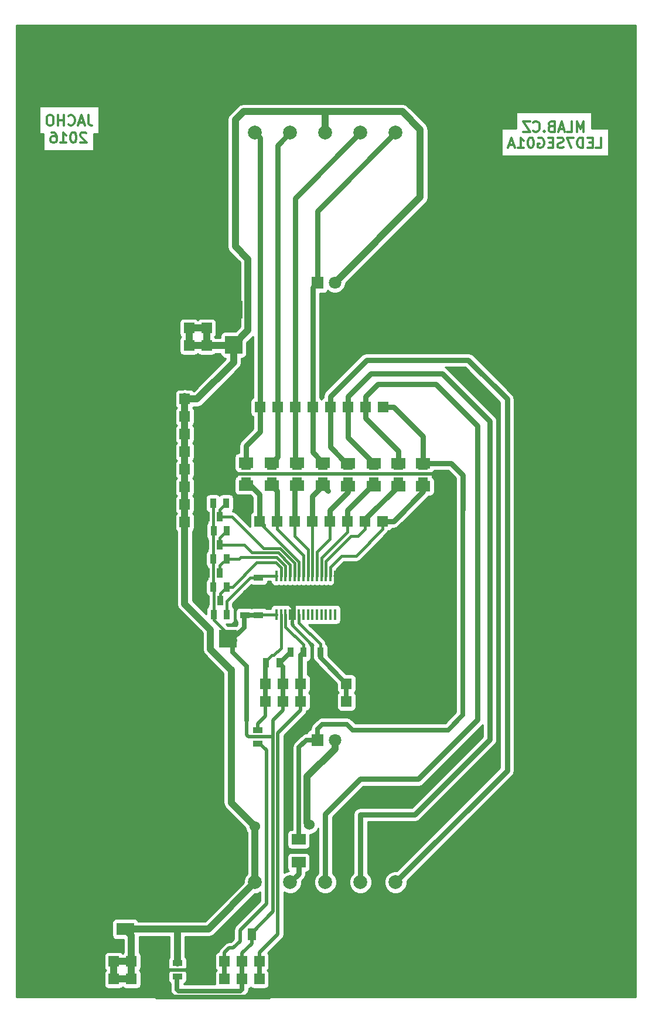
<source format=gbr>
G04 #@! TF.FileFunction,Copper,L2,Bot,Signal*
%FSLAX46Y46*%
G04 Gerber Fmt 4.6, Leading zero omitted, Abs format (unit mm)*
G04 Created by KiCad (PCBNEW 4.0.1-stable) date 6. 6. 2016 12:29:04*
%MOMM*%
G01*
G04 APERTURE LIST*
%ADD10C,0.500000*%
%ADD11C,0.300000*%
%ADD12C,2.000000*%
%ADD13C,1.800000*%
%ADD14R,1.800000X1.800000*%
%ADD15R,1.524000X1.524000*%
%ADD16R,1.397000X0.889000*%
%ADD17R,2.550160X2.499360*%
%ADD18R,2.499360X2.550160*%
%ADD19R,1.300480X1.699260*%
%ADD20R,2.499360X1.800860*%
%ADD21C,6.000000*%
%ADD22R,0.889000X1.397000*%
%ADD23R,0.450000X1.600000*%
%ADD24R,2.032000X1.524000*%
%ADD25C,1.524000*%
%ADD26C,1.400000*%
%ADD27C,1.000000*%
%ADD28C,0.700000*%
%ADD29C,0.800000*%
%ADD30C,0.400000*%
%ADD31C,0.250000*%
%ADD32C,0.254000*%
G04 APERTURE END LIST*
D10*
D11*
X11055028Y125697371D02*
X10983599Y125768800D01*
X10840742Y125840229D01*
X10483599Y125840229D01*
X10340742Y125768800D01*
X10269313Y125697371D01*
X10197885Y125554514D01*
X10197885Y125411657D01*
X10269313Y125197371D01*
X11126456Y124340229D01*
X10197885Y124340229D01*
X9269314Y125840229D02*
X9126457Y125840229D01*
X8983600Y125768800D01*
X8912171Y125697371D01*
X8840742Y125554514D01*
X8769314Y125268800D01*
X8769314Y124911657D01*
X8840742Y124625943D01*
X8912171Y124483086D01*
X8983600Y124411657D01*
X9126457Y124340229D01*
X9269314Y124340229D01*
X9412171Y124411657D01*
X9483600Y124483086D01*
X9555028Y124625943D01*
X9626457Y124911657D01*
X9626457Y125268800D01*
X9555028Y125554514D01*
X9483600Y125697371D01*
X9412171Y125768800D01*
X9269314Y125840229D01*
X7340743Y124340229D02*
X8197886Y124340229D01*
X7769314Y124340229D02*
X7769314Y125840229D01*
X7912171Y125625943D01*
X8055029Y125483086D01*
X8197886Y125411657D01*
X6055029Y125840229D02*
X6340743Y125840229D01*
X6483600Y125768800D01*
X6555029Y125697371D01*
X6697886Y125483086D01*
X6769315Y125197371D01*
X6769315Y124625943D01*
X6697886Y124483086D01*
X6626458Y124411657D01*
X6483600Y124340229D01*
X6197886Y124340229D01*
X6055029Y124411657D01*
X5983600Y124483086D01*
X5912172Y124625943D01*
X5912172Y124983086D01*
X5983600Y125125943D01*
X6055029Y125197371D01*
X6197886Y125268800D01*
X6483600Y125268800D01*
X6626458Y125197371D01*
X6697886Y125125943D01*
X6769315Y124983086D01*
X11335200Y128329429D02*
X11335200Y127258000D01*
X11406628Y127043714D01*
X11549485Y126900857D01*
X11763771Y126829429D01*
X11906628Y126829429D01*
X10692343Y127258000D02*
X9978057Y127258000D01*
X10835200Y126829429D02*
X10335200Y128329429D01*
X9835200Y126829429D01*
X8478057Y126972286D02*
X8549486Y126900857D01*
X8763772Y126829429D01*
X8906629Y126829429D01*
X9120914Y126900857D01*
X9263772Y127043714D01*
X9335200Y127186571D01*
X9406629Y127472286D01*
X9406629Y127686571D01*
X9335200Y127972286D01*
X9263772Y128115143D01*
X9120914Y128258000D01*
X8906629Y128329429D01*
X8763772Y128329429D01*
X8549486Y128258000D01*
X8478057Y128186571D01*
X7835200Y126829429D02*
X7835200Y128329429D01*
X7835200Y127615143D02*
X6978057Y127615143D01*
X6978057Y126829429D02*
X6978057Y128329429D01*
X5978057Y128329429D02*
X5692343Y128329429D01*
X5549485Y128258000D01*
X5406628Y128115143D01*
X5335200Y127829429D01*
X5335200Y127329429D01*
X5406628Y127043714D01*
X5549485Y126900857D01*
X5692343Y126829429D01*
X5978057Y126829429D01*
X6120914Y126900857D01*
X6263771Y127043714D01*
X6335200Y127329429D01*
X6335200Y127829429D01*
X6263771Y128115143D01*
X6120914Y128258000D01*
X5978057Y128329429D01*
X84734456Y123578229D02*
X85448742Y123578229D01*
X85448742Y125078229D01*
X84234456Y124363943D02*
X83734456Y124363943D01*
X83520170Y123578229D02*
X84234456Y123578229D01*
X84234456Y125078229D01*
X83520170Y125078229D01*
X82877313Y123578229D02*
X82877313Y125078229D01*
X82520170Y125078229D01*
X82305885Y125006800D01*
X82163027Y124863943D01*
X82091599Y124721086D01*
X82020170Y124435371D01*
X82020170Y124221086D01*
X82091599Y123935371D01*
X82163027Y123792514D01*
X82305885Y123649657D01*
X82520170Y123578229D01*
X82877313Y123578229D01*
X81520170Y125078229D02*
X80520170Y125078229D01*
X81163027Y123578229D01*
X80020171Y123649657D02*
X79805885Y123578229D01*
X79448742Y123578229D01*
X79305885Y123649657D01*
X79234456Y123721086D01*
X79163028Y123863943D01*
X79163028Y124006800D01*
X79234456Y124149657D01*
X79305885Y124221086D01*
X79448742Y124292514D01*
X79734456Y124363943D01*
X79877314Y124435371D01*
X79948742Y124506800D01*
X80020171Y124649657D01*
X80020171Y124792514D01*
X79948742Y124935371D01*
X79877314Y125006800D01*
X79734456Y125078229D01*
X79377314Y125078229D01*
X79163028Y125006800D01*
X78520171Y124363943D02*
X78020171Y124363943D01*
X77805885Y123578229D02*
X78520171Y123578229D01*
X78520171Y125078229D01*
X77805885Y125078229D01*
X76377314Y125006800D02*
X76520171Y125078229D01*
X76734457Y125078229D01*
X76948742Y125006800D01*
X77091600Y124863943D01*
X77163028Y124721086D01*
X77234457Y124435371D01*
X77234457Y124221086D01*
X77163028Y123935371D01*
X77091600Y123792514D01*
X76948742Y123649657D01*
X76734457Y123578229D01*
X76591600Y123578229D01*
X76377314Y123649657D01*
X76305885Y123721086D01*
X76305885Y124221086D01*
X76591600Y124221086D01*
X75377314Y125078229D02*
X75234457Y125078229D01*
X75091600Y125006800D01*
X75020171Y124935371D01*
X74948742Y124792514D01*
X74877314Y124506800D01*
X74877314Y124149657D01*
X74948742Y123863943D01*
X75020171Y123721086D01*
X75091600Y123649657D01*
X75234457Y123578229D01*
X75377314Y123578229D01*
X75520171Y123649657D01*
X75591600Y123721086D01*
X75663028Y123863943D01*
X75734457Y124149657D01*
X75734457Y124506800D01*
X75663028Y124792514D01*
X75591600Y124935371D01*
X75520171Y125006800D01*
X75377314Y125078229D01*
X73448743Y123578229D02*
X74305886Y123578229D01*
X73877314Y123578229D02*
X73877314Y125078229D01*
X74020171Y124863943D01*
X74163029Y124721086D01*
X74305886Y124649657D01*
X72877315Y124006800D02*
X72163029Y124006800D01*
X73020172Y123578229D02*
X72520172Y125078229D01*
X72020172Y123578229D01*
X82959828Y125915029D02*
X82959828Y127415029D01*
X82459828Y126343600D01*
X81959828Y127415029D01*
X81959828Y125915029D01*
X80531256Y125915029D02*
X81245542Y125915029D01*
X81245542Y127415029D01*
X80102685Y126343600D02*
X79388399Y126343600D01*
X80245542Y125915029D02*
X79745542Y127415029D01*
X79245542Y125915029D01*
X78245542Y126700743D02*
X78031256Y126629314D01*
X77959828Y126557886D01*
X77888399Y126415029D01*
X77888399Y126200743D01*
X77959828Y126057886D01*
X78031256Y125986457D01*
X78174114Y125915029D01*
X78745542Y125915029D01*
X78745542Y127415029D01*
X78245542Y127415029D01*
X78102685Y127343600D01*
X78031256Y127272171D01*
X77959828Y127129314D01*
X77959828Y126986457D01*
X78031256Y126843600D01*
X78102685Y126772171D01*
X78245542Y126700743D01*
X78745542Y126700743D01*
X77245542Y126057886D02*
X77174114Y125986457D01*
X77245542Y125915029D01*
X77316971Y125986457D01*
X77245542Y126057886D01*
X77245542Y125915029D01*
X75674113Y126057886D02*
X75745542Y125986457D01*
X75959828Y125915029D01*
X76102685Y125915029D01*
X76316970Y125986457D01*
X76459828Y126129314D01*
X76531256Y126272171D01*
X76602685Y126557886D01*
X76602685Y126772171D01*
X76531256Y127057886D01*
X76459828Y127200743D01*
X76316970Y127343600D01*
X76102685Y127415029D01*
X75959828Y127415029D01*
X75745542Y127343600D01*
X75674113Y127272171D01*
X75174113Y127415029D02*
X74174113Y127415029D01*
X75174113Y125915029D01*
X74174113Y125915029D01*
D12*
X45618400Y125776800D03*
X35458400Y125776800D03*
X40538400Y125776800D03*
X55778400Y125776800D03*
X50698400Y125776800D03*
X40538400Y17576800D03*
X55778400Y17576800D03*
X50698400Y17576800D03*
X35458400Y17576800D03*
X45618400Y17576800D03*
D13*
X46990000Y38100000D03*
D14*
X44450000Y38100000D03*
D15*
X41198800Y69697600D03*
D16*
X33985200Y56146700D03*
X33985200Y58051700D03*
D17*
X26517600Y52730400D03*
X31567120Y52730400D03*
D18*
X32359600Y100213160D03*
X32359600Y95163640D03*
D16*
X35966400Y56146700D03*
X35966400Y58051700D03*
D19*
X31473140Y10058400D03*
X34973260Y10058400D03*
D20*
X16680180Y10820400D03*
X12682220Y10820400D03*
D15*
X12496800Y3606800D03*
X12496800Y6146800D03*
X15036800Y3606800D03*
X15036800Y6146800D03*
X17576800Y3606800D03*
X17576800Y6146800D03*
X20116800Y3606800D03*
X20116800Y6146800D03*
X33578800Y3606800D03*
X33578800Y6146800D03*
X36982400Y43688000D03*
X36982400Y46228000D03*
X36068000Y3606800D03*
X36068000Y6146800D03*
X38608000Y3606800D03*
X38608000Y6146800D03*
X28498800Y3606800D03*
X28498800Y6146800D03*
D21*
X5080000Y137160000D03*
X27526800Y106704000D03*
X86360000Y5080000D03*
X27526800Y45744000D03*
X58006800Y106704000D03*
X86360000Y137160000D03*
X58006800Y45744000D03*
X5080000Y5080000D03*
D22*
X30378400Y62230000D03*
X28473400Y62230000D03*
X30327600Y66294000D03*
X28422600Y66294000D03*
X30365700Y70307200D03*
X28460700Y70307200D03*
X38950900Y49225200D03*
X37045900Y49225200D03*
X44881800Y50800000D03*
X46786800Y50800000D03*
X40551100Y50749200D03*
X42456100Y50749200D03*
D16*
X34137600Y77520800D03*
X34137600Y75615800D03*
X37896800Y77508100D03*
X37896800Y75603100D03*
X41554400Y77508100D03*
X41554400Y75603100D03*
X52628800Y77508100D03*
X52628800Y75603100D03*
X45262800Y77508100D03*
X45262800Y75603100D03*
X56134000Y77508100D03*
X56134000Y75603100D03*
X48920400Y77508100D03*
X48920400Y75603100D03*
X59740800Y77508100D03*
X59740800Y75603100D03*
D23*
X38549580Y61828680D03*
X39199820Y61828680D03*
X39850060Y61828680D03*
X40500300Y61828680D03*
X41150540Y61828680D03*
X41800780Y61828680D03*
X42451020Y61828680D03*
X43096180Y61828680D03*
X43746420Y61828680D03*
X44396660Y61828680D03*
X45046900Y61828680D03*
X45697140Y61828680D03*
X46347380Y61828680D03*
X46997620Y61828680D03*
X46997620Y56230520D03*
X46347380Y56230520D03*
X45697140Y56230520D03*
X45046900Y56230520D03*
X44396660Y56230520D03*
X43746420Y56230520D03*
X43096180Y56230520D03*
X42451020Y56230520D03*
X41800780Y56230520D03*
X41150540Y56230520D03*
X40500300Y56230520D03*
X39850060Y56230520D03*
X39199820Y56230520D03*
X38549580Y56230520D03*
D15*
X36118800Y69697600D03*
X38658800Y69697600D03*
X43738800Y69697600D03*
X46278800Y69697600D03*
X48818800Y69697600D03*
X51358800Y69697600D03*
X53898800Y69697600D03*
X36169600Y86156800D03*
X38709600Y86156800D03*
X41249600Y86156800D03*
X48869600Y86156800D03*
X43789600Y86156800D03*
X51409600Y86156800D03*
X46329600Y86156800D03*
X53949600Y86156800D03*
X25908000Y100126800D03*
X28448000Y100126800D03*
X25908000Y97586800D03*
X28448000Y97586800D03*
X25908000Y95046800D03*
X28448000Y95046800D03*
X25908000Y92506800D03*
X28448000Y92506800D03*
X39522400Y43688000D03*
X39522400Y46228000D03*
X31038800Y3606800D03*
X31038800Y6146800D03*
X42062400Y43688000D03*
X42062400Y46228000D03*
X44602400Y43688000D03*
X44602400Y46228000D03*
X48666400Y43688000D03*
X48666400Y46228000D03*
X25298400Y87325200D03*
X25298400Y79705200D03*
X25298400Y84785200D03*
X25298400Y82245200D03*
X25298400Y74625200D03*
X25298400Y77165200D03*
X25298400Y72085200D03*
X25298400Y69545200D03*
D13*
X46990000Y104140000D03*
D14*
X44450000Y104140000D03*
D16*
X35864800Y39509700D03*
X35864800Y37604700D03*
D22*
X29425900Y64262000D03*
X31330900Y64262000D03*
X29476700Y68326000D03*
X31381700Y68326000D03*
X29375100Y72288400D03*
X31280100Y72288400D03*
X29425900Y60198000D03*
X31330900Y60198000D03*
X30416500Y58216800D03*
X28511500Y58216800D03*
X29476700Y56184800D03*
X31381700Y56184800D03*
D16*
X35966400Y61506100D03*
X35966400Y59601100D03*
X24231600Y5880100D03*
X24231600Y3975100D03*
D24*
X34137600Y78155800D03*
X34137600Y74853800D03*
X37896800Y78155800D03*
X37896800Y74853800D03*
X41554400Y78155800D03*
X41554400Y74853800D03*
X52628800Y78054200D03*
X52628800Y74752200D03*
X45262800Y78155800D03*
X45262800Y74853800D03*
X56134000Y78054200D03*
X56134000Y74752200D03*
X48920400Y78054200D03*
X48920400Y74752200D03*
X59740800Y78054200D03*
X59740800Y74752200D03*
X41757600Y20447000D03*
X41757600Y23749000D03*
D25*
X43281600Y25857200D03*
X35458400Y25603200D03*
X24638000Y55118000D03*
X34391600Y59131200D03*
D26*
X35458400Y25603200D03*
X43230800Y25857200D03*
D27*
X42976800Y32814008D02*
X42976800Y26111200D01*
X42976800Y26111200D02*
X43230800Y25857200D01*
X46990000Y38100000D02*
X46990000Y36827208D01*
X46990000Y36827208D02*
X42976800Y32814008D01*
X16680180Y10820400D02*
X24231600Y10820400D01*
X24231600Y10820400D02*
X28702000Y10820400D01*
X24231600Y5880100D02*
X24231600Y10820400D01*
X46990000Y104140000D02*
X59334400Y116484400D01*
X59334400Y126238000D02*
X59334400Y116484400D01*
X56743600Y128828800D02*
X59334400Y126238000D01*
X45516800Y128778000D02*
X45618400Y128676400D01*
X45618400Y128676400D02*
X45618400Y125776800D01*
X33782000Y128828800D02*
X56743600Y128828800D01*
X32359600Y95163640D02*
X32359600Y95189040D01*
X32613600Y109372400D02*
X32613600Y127660400D01*
X32359600Y95189040D02*
X34442400Y97271840D01*
X32613600Y127660400D02*
X33782000Y128828800D01*
X34442400Y97271840D02*
X34442400Y107543600D01*
X34442400Y107543600D02*
X32613600Y109372400D01*
X28448000Y97586800D02*
X28448000Y95046800D01*
X25908000Y95046800D02*
X32242760Y95046800D01*
X32242760Y95046800D02*
X32359600Y95163640D01*
X25908000Y97586800D02*
X25908000Y95046800D01*
X25908000Y97586800D02*
X28448000Y97586800D01*
X25298400Y87325200D02*
X27060400Y87325200D01*
X27060400Y87325200D02*
X32359600Y92624400D01*
X32359600Y92624400D02*
X32359600Y92888560D01*
X32359600Y92888560D02*
X32359600Y95163640D01*
X25298400Y84785200D02*
X25298400Y87325200D01*
X25298400Y82245200D02*
X25298400Y84785200D01*
X25298400Y79705200D02*
X25298400Y82245200D01*
X25298400Y77165200D02*
X25298400Y79705200D01*
X25298400Y74625200D02*
X25298400Y77165200D01*
X25298400Y72085200D02*
X25298400Y74625200D01*
X25298400Y69545200D02*
X25298400Y72085200D01*
X25298400Y69545200D02*
X25298400Y57734362D01*
X25298400Y57734362D02*
X28999953Y54032809D01*
X28999953Y54032809D02*
X28999953Y51213247D01*
X28999953Y51213247D02*
X31950800Y48262400D01*
X32026801Y48262400D02*
X32026801Y29034799D01*
X31950800Y48262400D02*
X32026801Y48262400D01*
X32026801Y29034799D02*
X35153600Y25908000D01*
X35458400Y17576800D02*
X35458400Y25603200D01*
X35458400Y25603200D02*
X35153600Y25908000D01*
X28702000Y10820400D02*
X35458400Y17576800D01*
X17576800Y6146800D02*
X17576800Y9923780D01*
X17576800Y9923780D02*
X16680180Y10820400D01*
X15036800Y6146800D02*
X17576800Y6146800D01*
X17576800Y3606800D02*
X15036800Y3606800D01*
X17576800Y3606800D02*
X17576800Y6146800D01*
X15036800Y3606800D02*
X15036800Y6146800D01*
D28*
X33782000Y128828800D02*
X45466000Y128828800D01*
X25298400Y84785200D02*
X25298400Y87833200D01*
X28448000Y95046800D02*
X32242760Y95046800D01*
X28448000Y95046800D02*
X25908000Y95046800D01*
X45466000Y128828800D02*
X56743600Y128828800D01*
X45516800Y125729600D02*
X45516800Y128778000D01*
X45516800Y128778000D02*
X45466000Y128828800D01*
D29*
X36169600Y86156800D02*
X36169600Y125065600D01*
X36169600Y125065600D02*
X35458400Y125776800D01*
X36169600Y82600800D02*
X34137600Y80568800D01*
X34137600Y80568800D02*
X34137600Y78155800D01*
X36169600Y86156800D02*
X36169600Y82600800D01*
X36169600Y86156800D02*
X36169600Y85623400D01*
X38709600Y86156800D02*
X38709600Y123948000D01*
X38709600Y123948000D02*
X40538400Y125776800D01*
X38709600Y86156800D02*
X38709600Y78968600D01*
X38709600Y78968600D02*
X37896800Y78155800D01*
X55778400Y125776800D02*
X45212000Y115210400D01*
X44450000Y104140000D02*
X44450000Y114448400D01*
X44450000Y114448400D02*
X45212000Y115210400D01*
X43789600Y86156800D02*
X43789600Y103479600D01*
X43789600Y103479600D02*
X44450000Y104140000D01*
X43789600Y86156800D02*
X43789600Y79629000D01*
X43789600Y79629000D02*
X45262800Y78155800D01*
X41249600Y86156800D02*
X41249600Y116328000D01*
X41249600Y116328000D02*
X50698400Y125776800D01*
X41249600Y86156800D02*
X41249600Y78460600D01*
X41249600Y78460600D02*
X41554400Y78155800D01*
X64008000Y77825600D02*
X63779400Y78054200D01*
X63779400Y78054200D02*
X59740800Y78054200D01*
X65481200Y71374000D02*
X65481200Y76352400D01*
X65481200Y76352400D02*
X64008000Y77825600D01*
D28*
X65481200Y71374000D02*
X65481200Y41706800D01*
D29*
X59740800Y78054200D02*
X59740800Y81927600D01*
X59740800Y81927600D02*
X55511600Y86156800D01*
X55511600Y86156800D02*
X53949600Y86156800D01*
D28*
X44450000Y38100000D02*
X42850000Y38100000D01*
X42850000Y38100000D02*
X41808400Y37058400D01*
X41808400Y37058400D02*
X41808400Y25109400D01*
X41808400Y25109400D02*
X41808400Y23964900D01*
X44450000Y38100000D02*
X44450000Y39700000D01*
X44450000Y39700000D02*
X45136000Y40386000D01*
X45136000Y40386000D02*
X48717200Y40386000D01*
X49553199Y39550001D02*
X48717200Y40386000D01*
X65481200Y41706800D02*
X63324401Y39550001D01*
X63324401Y39550001D02*
X49553199Y39550001D01*
D29*
X55778400Y17576800D02*
X71882000Y33680400D01*
X71882000Y33680400D02*
X71882000Y87325200D01*
X71882000Y87325200D02*
X66243200Y92964000D01*
X46329600Y87718800D02*
X46329600Y86156800D01*
X66243200Y92964000D02*
X51574800Y92964000D01*
X51574800Y92964000D02*
X46329600Y87718800D01*
X46329600Y86156800D02*
X46329600Y80391000D01*
X46329600Y80391000D02*
X48666400Y78054200D01*
X48666400Y78054200D02*
X48920400Y78054200D01*
X50698400Y17576800D02*
X50698400Y27330400D01*
X50698400Y27330400D02*
X58521600Y27330400D01*
X58521600Y27330400D02*
X69392800Y38201600D01*
X69392800Y38201600D02*
X69392800Y84124800D01*
X69392800Y84124800D02*
X62484000Y91033600D01*
X62484000Y91033600D02*
X52184400Y91033600D01*
X52184400Y91033600D02*
X48869600Y87718800D01*
X48869600Y87718800D02*
X48869600Y86156800D01*
X48869600Y86156800D02*
X48869600Y81813400D01*
X52536799Y78146201D02*
X52628800Y78146201D01*
X48869600Y81813400D02*
X52536799Y78146201D01*
X51409600Y86156800D02*
X51409600Y87718800D01*
X45618400Y27432000D02*
X45618400Y17576800D01*
X51409600Y87718800D02*
X53200400Y89509600D01*
X53200400Y89509600D02*
X61569600Y89509600D01*
X61569600Y89509600D02*
X67614800Y83464400D01*
X67614800Y83464400D02*
X67614800Y41043594D01*
X67614800Y41043594D02*
X59032406Y32461200D01*
X59032406Y32461200D02*
X50647600Y32461200D01*
X50647600Y32461200D02*
X45618400Y27432000D01*
X51409600Y86156800D02*
X51409600Y84594800D01*
X51409600Y84594800D02*
X56134000Y79870400D01*
X56134000Y79870400D02*
X56134000Y78705001D01*
D10*
X39522400Y43688000D02*
X39522400Y42367200D01*
D30*
X32242760Y52730400D02*
X32217360Y52730400D01*
X32217360Y52730400D02*
X29476700Y55471060D01*
X29476700Y55471060D02*
X29476700Y56184800D01*
X29375100Y72288400D02*
X29375100Y68427600D01*
X29375100Y68427600D02*
X29476700Y68326000D01*
X29476700Y72237600D02*
X29425900Y72288400D01*
X29425900Y64262000D02*
X29425900Y68275200D01*
X29425900Y68275200D02*
X29476700Y68326000D01*
X29425900Y60198000D02*
X29425900Y64262000D01*
X29476700Y56184800D02*
X29476700Y60147200D01*
X29476700Y60147200D02*
X29425900Y60198000D01*
D10*
X38049200Y13333730D02*
X38049200Y38658800D01*
X38049200Y38658800D02*
X38049200Y40952800D01*
X37795200Y38608000D02*
X37998400Y38608000D01*
X37998400Y38608000D02*
X38049200Y38658800D01*
X37795200Y38608000D02*
X35610800Y38608000D01*
X34239200Y38862000D02*
X34493200Y38608000D01*
X34493200Y38608000D02*
X34899600Y38608000D01*
X34239200Y40944800D02*
X34239200Y38862000D01*
X35610800Y38608000D02*
X34899600Y38608000D01*
D28*
X32242760Y50780720D02*
X32242760Y52730400D01*
X34239200Y48784280D02*
X32242760Y50780720D01*
X34239200Y40944800D02*
X34239200Y48784280D01*
D10*
X38752400Y41656000D02*
X39522400Y42426000D01*
X34973260Y10257790D02*
X38049200Y13333730D01*
X34973260Y10058400D02*
X34973260Y10257790D01*
X38049200Y40952800D02*
X38752400Y41656000D01*
D28*
X33578800Y3606800D02*
X33578800Y6146800D01*
X24446000Y1879600D02*
X33313600Y1879600D01*
X33313600Y1879600D02*
X33578800Y2144800D01*
X33578800Y2144800D02*
X33578800Y3606800D01*
X24180800Y3606800D02*
X24180800Y2144800D01*
X24180800Y2144800D02*
X24446000Y1879600D01*
X33870900Y56083200D02*
X35902900Y56083200D01*
X35902900Y56083200D02*
X35966400Y56146700D01*
X32242760Y52730400D02*
X33870900Y54358540D01*
X33870900Y54358540D02*
X33870900Y56083200D01*
D30*
X38549580Y56230520D02*
X36050220Y56230520D01*
X36050220Y56230520D02*
X35966400Y56146700D01*
D28*
X32509460Y52463700D02*
X32242760Y52730400D01*
D10*
X39522400Y42426000D02*
X39522400Y43688000D01*
X33578800Y6146800D02*
X33578800Y7112000D01*
X34973260Y10058400D02*
X34973260Y8708770D01*
X34973260Y8708770D02*
X33578800Y7314310D01*
X33578800Y7314310D02*
X33578800Y7112000D01*
D28*
X38950900Y49225200D02*
X39027100Y49225200D01*
X39027100Y49225200D02*
X40551100Y50749200D01*
X39522400Y46228000D02*
X39522400Y48653700D01*
X39522400Y48653700D02*
X38950900Y49225200D01*
X39522400Y43688000D02*
X39522400Y46228000D01*
D10*
X28460700Y70307200D02*
X27516200Y70307200D01*
X27516200Y70307200D02*
X27127200Y70696200D01*
X27127200Y70696200D02*
X27127200Y74879200D01*
X27127200Y74879200D02*
X28803600Y76555600D01*
X28803600Y76555600D02*
X62179200Y76555600D01*
X62179200Y76555600D02*
X62484000Y76250800D01*
X62484000Y76250800D02*
X62484000Y65887600D01*
X58425080Y61828680D02*
X47022381Y61828680D01*
X62484000Y65887600D02*
X58425080Y61828680D01*
X28460700Y70307200D02*
X28460700Y70561200D01*
D31*
X40500300Y56230520D02*
X41150540Y56230520D01*
D10*
X25966800Y4876800D02*
X22648800Y4876800D01*
X22648800Y4876800D02*
X21378800Y6146800D01*
X21378800Y6146800D02*
X20116800Y6146800D01*
X28498800Y6146800D02*
X27236800Y6146800D01*
X27236800Y6146800D02*
X25966800Y4876800D01*
D28*
X38608000Y3606800D02*
X38608000Y2144800D01*
X38608000Y2144800D02*
X37442790Y979590D01*
X21282010Y979590D02*
X20116800Y2144800D01*
X37442790Y979590D02*
X21282010Y979590D01*
X20116800Y2144800D02*
X20116800Y3606800D01*
D11*
X44892140Y58623200D02*
X42118280Y58623200D01*
X42118280Y58623200D02*
X41150540Y57655460D01*
X46997620Y61828680D02*
X46997620Y60728680D01*
X46997620Y60728680D02*
X44892140Y58623200D01*
X40538400Y58267600D02*
X41150540Y57655460D01*
X41150540Y57655460D02*
X41150540Y56230520D01*
X37180800Y58267600D02*
X40538400Y58267600D01*
X35966400Y58051700D02*
X36964900Y58051700D01*
X36964900Y58051700D02*
X37180800Y58267600D01*
D10*
X35864800Y39509700D02*
X35864800Y40454200D01*
X36982400Y41571800D02*
X36982400Y43688000D01*
X35864800Y40454200D02*
X36982400Y41571800D01*
D28*
X36982400Y49161700D02*
X37045900Y49225200D01*
D30*
X39199820Y56230520D02*
X39199820Y51379120D01*
X39199820Y51379120D02*
X38144400Y50323700D01*
X38144400Y50323700D02*
X37890400Y50323700D01*
X37890400Y50323700D02*
X37045900Y49479200D01*
X37045900Y49479200D02*
X37045900Y49225200D01*
D28*
X36982400Y46228000D02*
X36982400Y49161700D01*
X36982400Y43688000D02*
X36982400Y46228000D01*
X36068000Y3606800D02*
X36068000Y6146800D01*
D10*
X42062400Y43688000D02*
X42062400Y42426000D01*
X42062400Y42426000D02*
X38749210Y39112810D01*
X38749210Y10090010D02*
X36068000Y7408800D01*
X38749210Y39112810D02*
X38749210Y10090010D01*
X36068000Y7408800D02*
X36068000Y6146800D01*
D28*
X42062400Y46228000D02*
X42062400Y50355500D01*
X42062400Y50355500D02*
X42456100Y50749200D01*
X42062400Y43688000D02*
X42062400Y46228000D01*
D30*
X42456100Y50749200D02*
X42456100Y51847700D01*
X42456100Y51847700D02*
X39850060Y54453740D01*
X39850060Y54453740D02*
X39850060Y55030520D01*
X39850060Y55030520D02*
X39850060Y56230520D01*
D28*
X48666400Y46228000D02*
X44881800Y50012600D01*
X44881800Y50012600D02*
X44881800Y50800000D01*
X48666400Y43688000D02*
X48666400Y46228000D01*
D30*
X41800780Y56230520D02*
X41800780Y55030520D01*
X44881800Y51949500D02*
X44881800Y50800000D01*
X41800780Y55030520D02*
X44881800Y51949500D01*
D29*
X36118800Y69697600D02*
X36118800Y73571100D01*
X36118800Y73571100D02*
X34137600Y75552300D01*
D30*
X41800780Y61828680D02*
X41800780Y63825120D01*
X41800780Y63825120D02*
X36118800Y69507100D01*
X36118800Y69507100D02*
X36118800Y69697600D01*
D28*
X36728400Y69088000D02*
X36118800Y69697600D01*
D29*
X38658800Y69697600D02*
X38658800Y74091800D01*
X38658800Y74091800D02*
X37896800Y74853800D01*
D30*
X42451020Y64736980D02*
X38658800Y68529200D01*
X38658800Y68529200D02*
X38658800Y69697600D01*
X42451020Y61828680D02*
X42451020Y64736980D01*
D27*
X38760400Y69596000D02*
X38658800Y69697600D01*
D29*
X41198800Y69697600D02*
X41198800Y74498200D01*
X41198800Y74498200D02*
X41554400Y74853800D01*
D30*
X43096180Y65615820D02*
X41198800Y67513200D01*
X41198800Y67513200D02*
X41198800Y69697600D01*
X43096180Y61828680D02*
X43096180Y65615820D01*
D29*
X43738800Y69697600D02*
X43738800Y73329800D01*
X43738800Y73329800D02*
X45262800Y74853800D01*
D30*
X43746420Y61828680D02*
X43746420Y69689980D01*
X43746420Y69689980D02*
X43738800Y69697600D01*
D29*
X46024800Y74091800D02*
X45262800Y74853800D01*
X48920400Y74752200D02*
X48920400Y75603100D01*
X46278800Y69697600D02*
X46278800Y71259600D01*
X46278800Y71259600D02*
X48920400Y73901200D01*
X48920400Y73901200D02*
X48920400Y74558599D01*
X48564800Y74396600D02*
X48920400Y74752200D01*
D30*
X44396660Y65224660D02*
X46278800Y67106800D01*
X46278800Y67106800D02*
X46278800Y69697600D01*
X44396660Y61828680D02*
X44396660Y65224660D01*
D29*
X52628800Y74752200D02*
X52628800Y75603100D01*
X48818800Y69697600D02*
X48818800Y71259600D01*
X48818800Y71259600D02*
X52117799Y74558599D01*
X52117799Y74558599D02*
X52628800Y74558599D01*
D30*
X45046900Y64401700D02*
X48818800Y68173600D01*
X48818800Y68173600D02*
X48818800Y69697600D01*
X45046900Y61828680D02*
X45046900Y64401700D01*
D29*
X56134000Y74752200D02*
X56134000Y75603100D01*
X51358800Y69697600D02*
X51358800Y69977000D01*
X51358800Y69977000D02*
X56134000Y74752200D01*
D30*
X45697140Y61828680D02*
X45697140Y63883540D01*
X50336400Y67513200D02*
X51358800Y68535600D01*
X45697140Y63883540D02*
X49326800Y67513200D01*
X49326800Y67513200D02*
X50336400Y67513200D01*
X51358800Y68535600D02*
X51358800Y69697600D01*
D28*
X51358800Y69240400D02*
X51358800Y69697600D01*
D29*
X59740800Y74752200D02*
X59740800Y75603100D01*
X53898800Y69697600D02*
X55460800Y69697600D01*
X55460800Y69697600D02*
X59740800Y73977600D01*
X59740800Y73977600D02*
X59740800Y74752200D01*
D30*
X47987100Y64668400D02*
X50031600Y64668400D01*
X50031600Y64668400D02*
X53898800Y68535600D01*
X53898800Y68535600D02*
X53898800Y69697600D01*
X46347380Y61828680D02*
X46347381Y63028681D01*
X46347381Y63028681D02*
X47987100Y64668400D01*
X30378400Y62230000D02*
X30378400Y63309500D01*
X30378400Y63309500D02*
X31330900Y64262000D01*
X33426400Y64544771D02*
X33143629Y64262000D01*
X33143629Y64262000D02*
X31330900Y64262000D01*
X38535503Y64544771D02*
X33426400Y64544771D01*
X39850060Y63230214D02*
X38535503Y64544771D01*
X39850060Y61828680D02*
X39850060Y63230214D01*
X35032819Y65144781D02*
X33883600Y66294000D01*
X33883600Y66294000D02*
X30327600Y66294000D01*
X40500300Y61828680D02*
X40500300Y63428516D01*
X40500300Y63428516D02*
X38784035Y65144781D01*
X38784035Y65144781D02*
X35032819Y65144781D01*
X30327600Y66294000D02*
X30327600Y67271900D01*
X30327600Y67271900D02*
X31381700Y68326000D01*
X40500300Y61828680D02*
X40500300Y61836300D01*
X40500300Y61836300D02*
X40525539Y61861539D01*
X30365700Y70307200D02*
X30365700Y71374000D01*
X30365700Y71374000D02*
X31280100Y72288400D01*
X41150540Y61828680D02*
X41150540Y63626818D01*
X41150540Y63626818D02*
X39032567Y65744791D01*
X39032567Y65744791D02*
X36668009Y65744791D01*
X36668009Y65744791D02*
X32105600Y70307200D01*
X32105600Y70307200D02*
X30213300Y70307200D01*
D28*
X31038800Y3606800D02*
X31038800Y6146800D01*
D10*
X33274000Y10669012D02*
X33274000Y9042400D01*
X31707200Y8077200D02*
X32308800Y8077200D01*
X32308800Y8077200D02*
X33274000Y9042400D01*
X31038800Y7408800D02*
X31707200Y8077200D01*
X35864800Y37604700D02*
X36118800Y37604700D01*
X36118800Y37604700D02*
X37095190Y36628310D01*
X37095190Y36628310D02*
X37095190Y14490202D01*
X37095190Y14490202D02*
X33274000Y10669012D01*
X31038800Y7408800D02*
X31038800Y6146800D01*
D29*
X41757600Y20447000D02*
X41757600Y18796000D01*
X41757600Y18796000D02*
X40538400Y17576800D01*
D30*
X30416500Y58216800D02*
X30416500Y59283600D01*
X30416500Y59283600D02*
X31330900Y60198000D01*
X31330900Y60198000D02*
X32175400Y60198000D01*
X32175400Y60198000D02*
X35680600Y63703200D01*
X35680600Y63703200D02*
X38506400Y63703200D01*
X39199820Y61828680D02*
X39199820Y63009780D01*
X39199820Y63009780D02*
X38506400Y63703200D01*
X34734500Y61506100D02*
X31381700Y58153300D01*
X31381700Y58153300D02*
X31381700Y56184800D01*
X35966400Y61506100D02*
X34734500Y61506100D01*
X38549580Y61828680D02*
X36288980Y61828680D01*
X36288980Y61828680D02*
X35966400Y61506100D01*
D32*
G36*
X90476000Y964000D02*
X33662496Y964000D01*
X33690543Y969579D01*
X34010100Y1183100D01*
X34275300Y1448300D01*
X34488821Y1767857D01*
X34511048Y1879600D01*
X34563800Y2144800D01*
X34563800Y2239320D01*
X34576117Y2241638D01*
X34792241Y2380710D01*
X34822012Y2424281D01*
X34841910Y2393359D01*
X35054110Y2248369D01*
X35306000Y2197360D01*
X36830000Y2197360D01*
X37065317Y2241638D01*
X37281441Y2380710D01*
X37426431Y2592910D01*
X37477440Y2844800D01*
X37477440Y4368800D01*
X37433162Y4604117D01*
X37294090Y4820241D01*
X37212230Y4876174D01*
X37281441Y4920710D01*
X37426431Y5132910D01*
X37477440Y5384800D01*
X37477440Y6908800D01*
X37433162Y7144117D01*
X37294090Y7360241D01*
X37280385Y7369605D01*
X39374997Y9464218D01*
X39375000Y9464220D01*
X39566843Y9751335D01*
X39566844Y9751336D01*
X39634211Y10090010D01*
X39634210Y10090015D01*
X39634210Y16181900D01*
X40211752Y15942084D01*
X40862195Y15941516D01*
X41463343Y16189906D01*
X41923678Y16649437D01*
X42173116Y17250152D01*
X42173551Y17748240D01*
X42489453Y18064142D01*
X42489456Y18064144D01*
X42652833Y18308656D01*
X42713815Y18399922D01*
X42792601Y18796000D01*
X42792600Y18796005D01*
X42792600Y19041135D01*
X43008917Y19081838D01*
X43225041Y19220910D01*
X43370031Y19433110D01*
X43421040Y19685000D01*
X43421040Y21209000D01*
X43376762Y21444317D01*
X43237690Y21660441D01*
X43025490Y21805431D01*
X42773600Y21856440D01*
X40741600Y21856440D01*
X40506283Y21812162D01*
X40290159Y21673090D01*
X40145169Y21460890D01*
X40094160Y21209000D01*
X40094160Y19685000D01*
X40138438Y19449683D01*
X40277510Y19233559D01*
X40309060Y19212002D01*
X40214605Y19212084D01*
X39634210Y18972269D01*
X39634210Y38746230D01*
X42688187Y41800208D01*
X42688190Y41800210D01*
X42880033Y42087325D01*
X42901966Y42197589D01*
X42921715Y42296871D01*
X43059717Y42322838D01*
X43275841Y42461910D01*
X43420831Y42674110D01*
X43471840Y42926000D01*
X43471840Y44450000D01*
X43427562Y44685317D01*
X43288490Y44901441D01*
X43206630Y44957374D01*
X43275841Y45001910D01*
X43420831Y45214110D01*
X43471840Y45466000D01*
X43471840Y46990000D01*
X43427562Y47225317D01*
X43288490Y47441441D01*
X43076290Y47586431D01*
X43047400Y47592281D01*
X43047400Y49430882D01*
X43135917Y49447538D01*
X43352041Y49586610D01*
X43497031Y49798810D01*
X43548040Y50050700D01*
X43548040Y51447700D01*
X43503762Y51683017D01*
X43364690Y51899141D01*
X43267683Y51965423D01*
X43227539Y52167241D01*
X43046534Y52438134D01*
X40685060Y54799608D01*
X40685060Y55245636D01*
X40722500Y55430520D01*
X40722500Y57030520D01*
X40928340Y57030520D01*
X40928340Y55430520D01*
X40965780Y55231544D01*
X40965780Y55030520D01*
X41029341Y54710979D01*
X41119190Y54576511D01*
X41210346Y54440086D01*
X43864888Y51785544D01*
X43840869Y51750390D01*
X43789860Y51498500D01*
X43789860Y50101500D01*
X43834138Y49866183D01*
X43966992Y49659722D01*
X43971779Y49635657D01*
X44185300Y49316100D01*
X47256960Y46244440D01*
X47256960Y45466000D01*
X47301238Y45230683D01*
X47440310Y45014559D01*
X47522170Y44958626D01*
X47452959Y44914090D01*
X47307969Y44701890D01*
X47256960Y44450000D01*
X47256960Y42926000D01*
X47301238Y42690683D01*
X47440310Y42474559D01*
X47652510Y42329569D01*
X47904400Y42278560D01*
X49428400Y42278560D01*
X49663717Y42322838D01*
X49879841Y42461910D01*
X50024831Y42674110D01*
X50075840Y42926000D01*
X50075840Y44450000D01*
X50031562Y44685317D01*
X49892490Y44901441D01*
X49810630Y44957374D01*
X49879841Y45001910D01*
X50024831Y45214110D01*
X50075840Y45466000D01*
X50075840Y46990000D01*
X50031562Y47225317D01*
X49892490Y47441441D01*
X49680290Y47586431D01*
X49428400Y47637440D01*
X48649960Y47637440D01*
X45973740Y50313660D01*
X45973740Y51498500D01*
X45929462Y51733817D01*
X45790390Y51949941D01*
X45705124Y52008201D01*
X45653239Y52269041D01*
X45472234Y52539934D01*
X43229088Y54783080D01*
X43321180Y54783080D01*
X43424976Y54802610D01*
X43521420Y54783080D01*
X43971420Y54783080D01*
X44075216Y54802610D01*
X44171660Y54783080D01*
X44621660Y54783080D01*
X44725456Y54802610D01*
X44821900Y54783080D01*
X45271900Y54783080D01*
X45375696Y54802610D01*
X45472140Y54783080D01*
X45922140Y54783080D01*
X46025936Y54802610D01*
X46122380Y54783080D01*
X46572380Y54783080D01*
X46676176Y54802610D01*
X46772620Y54783080D01*
X47222620Y54783080D01*
X47457937Y54827358D01*
X47674061Y54966430D01*
X47819051Y55178630D01*
X47870060Y55430520D01*
X47870060Y57030520D01*
X47825782Y57265837D01*
X47686710Y57481961D01*
X47474510Y57626951D01*
X47222620Y57677960D01*
X46772620Y57677960D01*
X46668824Y57658430D01*
X46572380Y57677960D01*
X46122380Y57677960D01*
X46018584Y57658430D01*
X45922140Y57677960D01*
X45472140Y57677960D01*
X45368344Y57658430D01*
X45271900Y57677960D01*
X44821900Y57677960D01*
X44718104Y57658430D01*
X44621660Y57677960D01*
X44171660Y57677960D01*
X44067864Y57658430D01*
X43971420Y57677960D01*
X43521420Y57677960D01*
X43417624Y57658430D01*
X43321180Y57677960D01*
X42871180Y57677960D01*
X42770018Y57658925D01*
X42676020Y57677960D01*
X42226020Y57677960D01*
X42122224Y57658430D01*
X42025780Y57677960D01*
X41575780Y57677960D01*
X41340463Y57633682D01*
X41124339Y57494610D01*
X40979349Y57282410D01*
X40928340Y57030520D01*
X40722500Y57030520D01*
X40678222Y57265837D01*
X40539150Y57481961D01*
X40326950Y57626951D01*
X40075060Y57677960D01*
X39625060Y57677960D01*
X39521264Y57658430D01*
X39424820Y57677960D01*
X38974820Y57677960D01*
X38871024Y57658430D01*
X38774580Y57677960D01*
X38324580Y57677960D01*
X38089263Y57633682D01*
X37873139Y57494610D01*
X37728149Y57282410D01*
X37684228Y57065520D01*
X37095505Y57065520D01*
X36916790Y57187631D01*
X36664900Y57238640D01*
X35267900Y57238640D01*
X35032583Y57194362D01*
X34977559Y57158955D01*
X34935590Y57187631D01*
X34683700Y57238640D01*
X33286700Y57238640D01*
X33051383Y57194362D01*
X32835259Y57055290D01*
X32690269Y56843090D01*
X32639260Y56591200D01*
X32639260Y55702200D01*
X32683538Y55466883D01*
X32822610Y55250759D01*
X32885900Y55207515D01*
X32885900Y54766540D01*
X32746880Y54627520D01*
X31501108Y54627520D01*
X31289768Y54838860D01*
X31826200Y54838860D01*
X32061517Y54883138D01*
X32277641Y55022210D01*
X32422631Y55234410D01*
X32473640Y55486300D01*
X32473640Y56883300D01*
X32429362Y57118617D01*
X32290290Y57334741D01*
X32216700Y57385023D01*
X32216700Y57807432D01*
X34931904Y60522636D01*
X35016010Y60465169D01*
X35267900Y60414160D01*
X36664900Y60414160D01*
X36900217Y60458438D01*
X37116341Y60597510D01*
X37261331Y60809710D01*
X37298586Y60993680D01*
X37683726Y60993680D01*
X37721418Y60793363D01*
X37860490Y60577239D01*
X38072690Y60432249D01*
X38324580Y60381240D01*
X38774580Y60381240D01*
X38878376Y60400770D01*
X38974820Y60381240D01*
X39424820Y60381240D01*
X39528616Y60400770D01*
X39625060Y60381240D01*
X40075060Y60381240D01*
X40178856Y60400770D01*
X40275300Y60381240D01*
X40725300Y60381240D01*
X40829096Y60400770D01*
X40925540Y60381240D01*
X41375540Y60381240D01*
X41479336Y60400770D01*
X41575780Y60381240D01*
X42025780Y60381240D01*
X42129576Y60400770D01*
X42226020Y60381240D01*
X42676020Y60381240D01*
X42777182Y60400275D01*
X42871180Y60381240D01*
X43321180Y60381240D01*
X43424976Y60400770D01*
X43521420Y60381240D01*
X43971420Y60381240D01*
X44075216Y60400770D01*
X44171660Y60381240D01*
X44621660Y60381240D01*
X44725456Y60400770D01*
X44821900Y60381240D01*
X45271900Y60381240D01*
X45375696Y60400770D01*
X45472140Y60381240D01*
X45922140Y60381240D01*
X46025936Y60400770D01*
X46122380Y60381240D01*
X46572380Y60381240D01*
X46807697Y60425518D01*
X47023821Y60564590D01*
X47168811Y60776790D01*
X47219820Y61028680D01*
X47219820Y62628680D01*
X47205318Y62705750D01*
X48332968Y63833400D01*
X50031600Y63833400D01*
X50351141Y63896961D01*
X50622034Y64077966D01*
X54489234Y67945166D01*
X54670240Y68216060D01*
X54685506Y68292809D01*
X54896117Y68332438D01*
X55112241Y68471510D01*
X55242807Y68662600D01*
X55460795Y68662600D01*
X55460800Y68662599D01*
X55856877Y68741385D01*
X56192656Y68965744D01*
X60472653Y73245742D01*
X60472656Y73245744D01*
X60537480Y73342760D01*
X60756800Y73342760D01*
X60992117Y73387038D01*
X61208241Y73526110D01*
X61353231Y73738310D01*
X61404240Y73990200D01*
X61404240Y75514200D01*
X61359962Y75749517D01*
X61220890Y75965641D01*
X61084645Y76058733D01*
X61042462Y76282917D01*
X60903390Y76499041D01*
X60821530Y76554974D01*
X60890741Y76599510D01*
X60945981Y76680357D01*
X60992117Y76689038D01*
X61208241Y76828110D01*
X61338807Y77019200D01*
X63350688Y77019200D01*
X64446200Y75923689D01*
X64446200Y71374000D01*
X64496200Y71122634D01*
X64496200Y42114800D01*
X62916401Y40535001D01*
X49961199Y40535001D01*
X49413700Y41082500D01*
X49094143Y41296021D01*
X48717200Y41371000D01*
X45136000Y41371000D01*
X44759057Y41296021D01*
X44439500Y41082501D01*
X43753500Y40396500D01*
X43539979Y40076943D01*
X43465000Y39700000D01*
X43465000Y39631446D01*
X43314683Y39603162D01*
X43098559Y39464090D01*
X42953569Y39251890D01*
X42919773Y39085000D01*
X42850000Y39085000D01*
X42473057Y39010021D01*
X42153500Y38796500D01*
X41111900Y37754900D01*
X40898379Y37435343D01*
X40823400Y37058400D01*
X40823400Y25158440D01*
X40741600Y25158440D01*
X40506283Y25114162D01*
X40290159Y24975090D01*
X40145169Y24762890D01*
X40094160Y24511000D01*
X40094160Y22987000D01*
X40138438Y22751683D01*
X40277510Y22535559D01*
X40489710Y22390569D01*
X40741600Y22339560D01*
X42773600Y22339560D01*
X43008917Y22383838D01*
X43225041Y22522910D01*
X43370031Y22735110D01*
X43421040Y22987000D01*
X43421040Y24460078D01*
X43558261Y24459958D01*
X44071903Y24672190D01*
X44465229Y25064830D01*
X44583400Y25349418D01*
X44583400Y18853829D01*
X44233122Y18504163D01*
X43983684Y17903448D01*
X43983116Y17253005D01*
X44231506Y16651857D01*
X44691037Y16191522D01*
X45291752Y15942084D01*
X45942195Y15941516D01*
X46543343Y16189906D01*
X47003678Y16649437D01*
X47253116Y17250152D01*
X47253684Y17900595D01*
X47005294Y18501743D01*
X46653400Y18854253D01*
X46653400Y27003288D01*
X51076311Y31426200D01*
X59032401Y31426200D01*
X59032406Y31426199D01*
X59428483Y31504985D01*
X59764262Y31729344D01*
X68346656Y40311738D01*
X68357800Y40328416D01*
X68357800Y38630311D01*
X58092888Y28365400D01*
X50698400Y28365400D01*
X50302323Y28286615D01*
X49966544Y28062256D01*
X49742185Y27726477D01*
X49663400Y27330400D01*
X49663400Y18853829D01*
X49313122Y18504163D01*
X49063684Y17903448D01*
X49063116Y17253005D01*
X49311506Y16651857D01*
X49771037Y16191522D01*
X50371752Y15942084D01*
X51022195Y15941516D01*
X51623343Y16189906D01*
X52083678Y16649437D01*
X52333116Y17250152D01*
X52333684Y17900595D01*
X52085294Y18501743D01*
X51733400Y18854253D01*
X51733400Y26295400D01*
X58521595Y26295400D01*
X58521600Y26295399D01*
X58917677Y26374185D01*
X59253456Y26598544D01*
X70124653Y37469742D01*
X70124656Y37469744D01*
X70293875Y37723000D01*
X70349015Y37805522D01*
X70427800Y38201600D01*
X70427800Y84124795D01*
X70427801Y84124800D01*
X70349015Y84520877D01*
X70303898Y84588400D01*
X70124656Y84856656D01*
X70124653Y84856658D01*
X63215856Y91765456D01*
X62971094Y91929000D01*
X65814488Y91929000D01*
X70847000Y86896489D01*
X70847000Y34109111D01*
X55949540Y19211652D01*
X55454605Y19212084D01*
X54853457Y18963694D01*
X54393122Y18504163D01*
X54143684Y17903448D01*
X54143116Y17253005D01*
X54391506Y16651857D01*
X54851037Y16191522D01*
X55451752Y15942084D01*
X56102195Y15941516D01*
X56703343Y16189906D01*
X57163678Y16649437D01*
X57413116Y17250152D01*
X57413551Y17748239D01*
X72613853Y32948542D01*
X72613856Y32948544D01*
X72838215Y33284323D01*
X72864689Y33417415D01*
X72917001Y33680400D01*
X72917000Y33680405D01*
X72917000Y87325200D01*
X72879200Y87515231D01*
X72838215Y87721278D01*
X72748349Y87855771D01*
X72613856Y88057056D01*
X72613853Y88057058D01*
X66975056Y93695856D01*
X66639277Y93920215D01*
X66243200Y93999001D01*
X66243195Y93999000D01*
X51574805Y93999000D01*
X51574800Y93999001D01*
X51178723Y93920215D01*
X50842944Y93695856D01*
X45597744Y88450656D01*
X45373385Y88114877D01*
X45294599Y87718800D01*
X45294600Y87718795D01*
X45294600Y87497714D01*
X45116159Y87382890D01*
X45060226Y87301030D01*
X45015690Y87370241D01*
X44824600Y87500807D01*
X44824600Y102592560D01*
X45350000Y102592560D01*
X45585317Y102636838D01*
X45801441Y102775910D01*
X45946431Y102988110D01*
X45950567Y103008534D01*
X46119357Y102839449D01*
X46683330Y102605267D01*
X47293991Y102604735D01*
X47858371Y102837932D01*
X48290551Y103269357D01*
X48524733Y103833330D01*
X48524939Y104069807D01*
X60136966Y115681834D01*
X60304070Y115931923D01*
X60383003Y116050054D01*
X60469400Y116484400D01*
X60469400Y126238000D01*
X60438808Y126391800D01*
X71092315Y126391800D01*
X71092315Y122421800D01*
X86590885Y122421800D01*
X86590885Y126391800D01*
X84101972Y126391800D01*
X84101972Y128728600D01*
X73174829Y128728600D01*
X73174829Y126391800D01*
X71092315Y126391800D01*
X60438808Y126391800D01*
X60383003Y126672346D01*
X60259064Y126857834D01*
X60136966Y127040567D01*
X57546166Y129631366D01*
X57177946Y129877403D01*
X56743600Y129963800D01*
X33782000Y129963800D01*
X33347654Y129877403D01*
X32979434Y129631366D01*
X31811034Y128462966D01*
X31564997Y128094746D01*
X31478600Y127660400D01*
X31478600Y109372400D01*
X31564997Y108938054D01*
X31811034Y108569834D01*
X33307400Y107073468D01*
X33307400Y97741972D01*
X32651588Y97086160D01*
X31109920Y97086160D01*
X30874603Y97041882D01*
X30658479Y96902810D01*
X30513489Y96690610D01*
X30462480Y96438720D01*
X30462480Y96181800D01*
X29724565Y96181800D01*
X29674090Y96260241D01*
X29592230Y96316174D01*
X29661441Y96360710D01*
X29806431Y96572910D01*
X29857440Y96824800D01*
X29857440Y98348800D01*
X29813162Y98584117D01*
X29674090Y98800241D01*
X29461890Y98945231D01*
X29210000Y98996240D01*
X27686000Y98996240D01*
X27450683Y98951962D01*
X27234559Y98812890D01*
X27178626Y98731030D01*
X27134090Y98800241D01*
X26921890Y98945231D01*
X26670000Y98996240D01*
X25146000Y98996240D01*
X24910683Y98951962D01*
X24694559Y98812890D01*
X24549569Y98600690D01*
X24498560Y98348800D01*
X24498560Y96824800D01*
X24542838Y96589483D01*
X24681910Y96373359D01*
X24763770Y96317426D01*
X24694559Y96272890D01*
X24549569Y96060690D01*
X24498560Y95808800D01*
X24498560Y94284800D01*
X24542838Y94049483D01*
X24681910Y93833359D01*
X24894110Y93688369D01*
X25146000Y93637360D01*
X26670000Y93637360D01*
X26905317Y93681638D01*
X27121441Y93820710D01*
X27177374Y93902570D01*
X27221910Y93833359D01*
X27434110Y93688369D01*
X27686000Y93637360D01*
X29210000Y93637360D01*
X29445317Y93681638D01*
X29661441Y93820710D01*
X29723680Y93911800D01*
X30462480Y93911800D01*
X30462480Y93888560D01*
X30506758Y93653243D01*
X30645830Y93437119D01*
X30858030Y93292129D01*
X31109920Y93241120D01*
X31224600Y93241120D01*
X31224600Y93094533D01*
X26590268Y88460200D01*
X26574965Y88460200D01*
X26524490Y88538641D01*
X26312290Y88683631D01*
X26060400Y88734640D01*
X25688185Y88734640D01*
X25675343Y88743221D01*
X25298400Y88818200D01*
X24921457Y88743221D01*
X24908615Y88734640D01*
X24536400Y88734640D01*
X24301083Y88690362D01*
X24084959Y88551290D01*
X23939969Y88339090D01*
X23888960Y88087200D01*
X23888960Y86563200D01*
X23933238Y86327883D01*
X24072310Y86111759D01*
X24154170Y86055826D01*
X24084959Y86011290D01*
X23939969Y85799090D01*
X23888960Y85547200D01*
X23888960Y84023200D01*
X23933238Y83787883D01*
X24072310Y83571759D01*
X24154170Y83515826D01*
X24084959Y83471290D01*
X23939969Y83259090D01*
X23888960Y83007200D01*
X23888960Y81483200D01*
X23933238Y81247883D01*
X24072310Y81031759D01*
X24154170Y80975826D01*
X24084959Y80931290D01*
X23939969Y80719090D01*
X23888960Y80467200D01*
X23888960Y78943200D01*
X23933238Y78707883D01*
X24072310Y78491759D01*
X24154170Y78435826D01*
X24084959Y78391290D01*
X23939969Y78179090D01*
X23888960Y77927200D01*
X23888960Y76403200D01*
X23933238Y76167883D01*
X24072310Y75951759D01*
X24154170Y75895826D01*
X24084959Y75851290D01*
X23939969Y75639090D01*
X23888960Y75387200D01*
X23888960Y73863200D01*
X23933238Y73627883D01*
X24072310Y73411759D01*
X24154170Y73355826D01*
X24084959Y73311290D01*
X23939969Y73099090D01*
X23888960Y72847200D01*
X23888960Y71323200D01*
X23933238Y71087883D01*
X24072310Y70871759D01*
X24154170Y70815826D01*
X24084959Y70771290D01*
X23939969Y70559090D01*
X23888960Y70307200D01*
X23888960Y68783200D01*
X23933238Y68547883D01*
X24072310Y68331759D01*
X24163400Y68269520D01*
X24163400Y57734362D01*
X24249797Y57300016D01*
X24421770Y57042641D01*
X24495834Y56931796D01*
X27864953Y53562676D01*
X27864953Y51213247D01*
X27951350Y50778901D01*
X28041996Y50643240D01*
X28197387Y50410681D01*
X30891801Y47716267D01*
X30891801Y29034799D01*
X30978198Y28600453D01*
X31067369Y28467000D01*
X31224235Y28232233D01*
X34061218Y25395249D01*
X34061158Y25326539D01*
X34273390Y24812897D01*
X34323400Y24762800D01*
X34323400Y18754004D01*
X34073122Y18504163D01*
X33823684Y17903448D01*
X33823373Y17546906D01*
X28231868Y11955400D01*
X18533163Y11955400D01*
X18533022Y11956147D01*
X18393950Y12172271D01*
X18181750Y12317261D01*
X17929860Y12368270D01*
X15430500Y12368270D01*
X15195183Y12323992D01*
X14979059Y12184920D01*
X14834069Y11972720D01*
X14783060Y11720830D01*
X14783060Y9919970D01*
X14827338Y9684653D01*
X14966410Y9468529D01*
X15178610Y9323539D01*
X15430500Y9272530D01*
X16441800Y9272530D01*
X16441800Y7423365D01*
X16363359Y7372890D01*
X16307426Y7291030D01*
X16262890Y7360241D01*
X16050690Y7505231D01*
X15798800Y7556240D01*
X14274800Y7556240D01*
X14039483Y7511962D01*
X13823359Y7372890D01*
X13678369Y7160690D01*
X13627360Y6908800D01*
X13627360Y5384800D01*
X13671638Y5149483D01*
X13810710Y4933359D01*
X13892570Y4877426D01*
X13823359Y4832890D01*
X13678369Y4620690D01*
X13627360Y4368800D01*
X13627360Y2844800D01*
X13671638Y2609483D01*
X13810710Y2393359D01*
X14022910Y2248369D01*
X14274800Y2197360D01*
X15798800Y2197360D01*
X16034117Y2241638D01*
X16250241Y2380710D01*
X16306174Y2462570D01*
X16350710Y2393359D01*
X16562910Y2248369D01*
X16814800Y2197360D01*
X18338800Y2197360D01*
X18574117Y2241638D01*
X18790241Y2380710D01*
X18935231Y2592910D01*
X18986240Y2844800D01*
X18986240Y4368800D01*
X18941962Y4604117D01*
X18802890Y4820241D01*
X18721030Y4876174D01*
X18790241Y4920710D01*
X18935231Y5132910D01*
X18986240Y5384800D01*
X18986240Y6908800D01*
X18941962Y7144117D01*
X18802890Y7360241D01*
X18711800Y7422480D01*
X18711800Y9685400D01*
X23096600Y9685400D01*
X23096600Y6798304D01*
X23081659Y6788690D01*
X22936669Y6576490D01*
X22885660Y6324600D01*
X22885660Y5435600D01*
X22929938Y5200283D01*
X23069010Y4984159D01*
X23150870Y4928226D01*
X23081659Y4883690D01*
X22936669Y4671490D01*
X22885660Y4419600D01*
X22885660Y3530600D01*
X22929938Y3295283D01*
X23069010Y3079159D01*
X23195800Y2992527D01*
X23195800Y2144800D01*
X23270779Y1767857D01*
X23484300Y1448300D01*
X23749500Y1183100D01*
X24069057Y969579D01*
X24097104Y964000D01*
X964000Y964000D01*
X964000Y129643000D01*
X4264486Y129643000D01*
X4264486Y125673000D01*
X4841458Y125673000D01*
X4841458Y123183800D01*
X12125742Y123183800D01*
X12125742Y125673000D01*
X12905915Y125673000D01*
X12905915Y129643000D01*
X4264486Y129643000D01*
X964000Y129643000D01*
X964000Y141276000D01*
X90476000Y141276000D01*
X90476000Y964000D01*
X90476000Y964000D01*
G37*
X90476000Y964000D02*
X33662496Y964000D01*
X33690543Y969579D01*
X34010100Y1183100D01*
X34275300Y1448300D01*
X34488821Y1767857D01*
X34511048Y1879600D01*
X34563800Y2144800D01*
X34563800Y2239320D01*
X34576117Y2241638D01*
X34792241Y2380710D01*
X34822012Y2424281D01*
X34841910Y2393359D01*
X35054110Y2248369D01*
X35306000Y2197360D01*
X36830000Y2197360D01*
X37065317Y2241638D01*
X37281441Y2380710D01*
X37426431Y2592910D01*
X37477440Y2844800D01*
X37477440Y4368800D01*
X37433162Y4604117D01*
X37294090Y4820241D01*
X37212230Y4876174D01*
X37281441Y4920710D01*
X37426431Y5132910D01*
X37477440Y5384800D01*
X37477440Y6908800D01*
X37433162Y7144117D01*
X37294090Y7360241D01*
X37280385Y7369605D01*
X39374997Y9464218D01*
X39375000Y9464220D01*
X39566843Y9751335D01*
X39566844Y9751336D01*
X39634211Y10090010D01*
X39634210Y10090015D01*
X39634210Y16181900D01*
X40211752Y15942084D01*
X40862195Y15941516D01*
X41463343Y16189906D01*
X41923678Y16649437D01*
X42173116Y17250152D01*
X42173551Y17748240D01*
X42489453Y18064142D01*
X42489456Y18064144D01*
X42652833Y18308656D01*
X42713815Y18399922D01*
X42792601Y18796000D01*
X42792600Y18796005D01*
X42792600Y19041135D01*
X43008917Y19081838D01*
X43225041Y19220910D01*
X43370031Y19433110D01*
X43421040Y19685000D01*
X43421040Y21209000D01*
X43376762Y21444317D01*
X43237690Y21660441D01*
X43025490Y21805431D01*
X42773600Y21856440D01*
X40741600Y21856440D01*
X40506283Y21812162D01*
X40290159Y21673090D01*
X40145169Y21460890D01*
X40094160Y21209000D01*
X40094160Y19685000D01*
X40138438Y19449683D01*
X40277510Y19233559D01*
X40309060Y19212002D01*
X40214605Y19212084D01*
X39634210Y18972269D01*
X39634210Y38746230D01*
X42688187Y41800208D01*
X42688190Y41800210D01*
X42880033Y42087325D01*
X42901966Y42197589D01*
X42921715Y42296871D01*
X43059717Y42322838D01*
X43275841Y42461910D01*
X43420831Y42674110D01*
X43471840Y42926000D01*
X43471840Y44450000D01*
X43427562Y44685317D01*
X43288490Y44901441D01*
X43206630Y44957374D01*
X43275841Y45001910D01*
X43420831Y45214110D01*
X43471840Y45466000D01*
X43471840Y46990000D01*
X43427562Y47225317D01*
X43288490Y47441441D01*
X43076290Y47586431D01*
X43047400Y47592281D01*
X43047400Y49430882D01*
X43135917Y49447538D01*
X43352041Y49586610D01*
X43497031Y49798810D01*
X43548040Y50050700D01*
X43548040Y51447700D01*
X43503762Y51683017D01*
X43364690Y51899141D01*
X43267683Y51965423D01*
X43227539Y52167241D01*
X43046534Y52438134D01*
X40685060Y54799608D01*
X40685060Y55245636D01*
X40722500Y55430520D01*
X40722500Y57030520D01*
X40928340Y57030520D01*
X40928340Y55430520D01*
X40965780Y55231544D01*
X40965780Y55030520D01*
X41029341Y54710979D01*
X41119190Y54576511D01*
X41210346Y54440086D01*
X43864888Y51785544D01*
X43840869Y51750390D01*
X43789860Y51498500D01*
X43789860Y50101500D01*
X43834138Y49866183D01*
X43966992Y49659722D01*
X43971779Y49635657D01*
X44185300Y49316100D01*
X47256960Y46244440D01*
X47256960Y45466000D01*
X47301238Y45230683D01*
X47440310Y45014559D01*
X47522170Y44958626D01*
X47452959Y44914090D01*
X47307969Y44701890D01*
X47256960Y44450000D01*
X47256960Y42926000D01*
X47301238Y42690683D01*
X47440310Y42474559D01*
X47652510Y42329569D01*
X47904400Y42278560D01*
X49428400Y42278560D01*
X49663717Y42322838D01*
X49879841Y42461910D01*
X50024831Y42674110D01*
X50075840Y42926000D01*
X50075840Y44450000D01*
X50031562Y44685317D01*
X49892490Y44901441D01*
X49810630Y44957374D01*
X49879841Y45001910D01*
X50024831Y45214110D01*
X50075840Y45466000D01*
X50075840Y46990000D01*
X50031562Y47225317D01*
X49892490Y47441441D01*
X49680290Y47586431D01*
X49428400Y47637440D01*
X48649960Y47637440D01*
X45973740Y50313660D01*
X45973740Y51498500D01*
X45929462Y51733817D01*
X45790390Y51949941D01*
X45705124Y52008201D01*
X45653239Y52269041D01*
X45472234Y52539934D01*
X43229088Y54783080D01*
X43321180Y54783080D01*
X43424976Y54802610D01*
X43521420Y54783080D01*
X43971420Y54783080D01*
X44075216Y54802610D01*
X44171660Y54783080D01*
X44621660Y54783080D01*
X44725456Y54802610D01*
X44821900Y54783080D01*
X45271900Y54783080D01*
X45375696Y54802610D01*
X45472140Y54783080D01*
X45922140Y54783080D01*
X46025936Y54802610D01*
X46122380Y54783080D01*
X46572380Y54783080D01*
X46676176Y54802610D01*
X46772620Y54783080D01*
X47222620Y54783080D01*
X47457937Y54827358D01*
X47674061Y54966430D01*
X47819051Y55178630D01*
X47870060Y55430520D01*
X47870060Y57030520D01*
X47825782Y57265837D01*
X47686710Y57481961D01*
X47474510Y57626951D01*
X47222620Y57677960D01*
X46772620Y57677960D01*
X46668824Y57658430D01*
X46572380Y57677960D01*
X46122380Y57677960D01*
X46018584Y57658430D01*
X45922140Y57677960D01*
X45472140Y57677960D01*
X45368344Y57658430D01*
X45271900Y57677960D01*
X44821900Y57677960D01*
X44718104Y57658430D01*
X44621660Y57677960D01*
X44171660Y57677960D01*
X44067864Y57658430D01*
X43971420Y57677960D01*
X43521420Y57677960D01*
X43417624Y57658430D01*
X43321180Y57677960D01*
X42871180Y57677960D01*
X42770018Y57658925D01*
X42676020Y57677960D01*
X42226020Y57677960D01*
X42122224Y57658430D01*
X42025780Y57677960D01*
X41575780Y57677960D01*
X41340463Y57633682D01*
X41124339Y57494610D01*
X40979349Y57282410D01*
X40928340Y57030520D01*
X40722500Y57030520D01*
X40678222Y57265837D01*
X40539150Y57481961D01*
X40326950Y57626951D01*
X40075060Y57677960D01*
X39625060Y57677960D01*
X39521264Y57658430D01*
X39424820Y57677960D01*
X38974820Y57677960D01*
X38871024Y57658430D01*
X38774580Y57677960D01*
X38324580Y57677960D01*
X38089263Y57633682D01*
X37873139Y57494610D01*
X37728149Y57282410D01*
X37684228Y57065520D01*
X37095505Y57065520D01*
X36916790Y57187631D01*
X36664900Y57238640D01*
X35267900Y57238640D01*
X35032583Y57194362D01*
X34977559Y57158955D01*
X34935590Y57187631D01*
X34683700Y57238640D01*
X33286700Y57238640D01*
X33051383Y57194362D01*
X32835259Y57055290D01*
X32690269Y56843090D01*
X32639260Y56591200D01*
X32639260Y55702200D01*
X32683538Y55466883D01*
X32822610Y55250759D01*
X32885900Y55207515D01*
X32885900Y54766540D01*
X32746880Y54627520D01*
X31501108Y54627520D01*
X31289768Y54838860D01*
X31826200Y54838860D01*
X32061517Y54883138D01*
X32277641Y55022210D01*
X32422631Y55234410D01*
X32473640Y55486300D01*
X32473640Y56883300D01*
X32429362Y57118617D01*
X32290290Y57334741D01*
X32216700Y57385023D01*
X32216700Y57807432D01*
X34931904Y60522636D01*
X35016010Y60465169D01*
X35267900Y60414160D01*
X36664900Y60414160D01*
X36900217Y60458438D01*
X37116341Y60597510D01*
X37261331Y60809710D01*
X37298586Y60993680D01*
X37683726Y60993680D01*
X37721418Y60793363D01*
X37860490Y60577239D01*
X38072690Y60432249D01*
X38324580Y60381240D01*
X38774580Y60381240D01*
X38878376Y60400770D01*
X38974820Y60381240D01*
X39424820Y60381240D01*
X39528616Y60400770D01*
X39625060Y60381240D01*
X40075060Y60381240D01*
X40178856Y60400770D01*
X40275300Y60381240D01*
X40725300Y60381240D01*
X40829096Y60400770D01*
X40925540Y60381240D01*
X41375540Y60381240D01*
X41479336Y60400770D01*
X41575780Y60381240D01*
X42025780Y60381240D01*
X42129576Y60400770D01*
X42226020Y60381240D01*
X42676020Y60381240D01*
X42777182Y60400275D01*
X42871180Y60381240D01*
X43321180Y60381240D01*
X43424976Y60400770D01*
X43521420Y60381240D01*
X43971420Y60381240D01*
X44075216Y60400770D01*
X44171660Y60381240D01*
X44621660Y60381240D01*
X44725456Y60400770D01*
X44821900Y60381240D01*
X45271900Y60381240D01*
X45375696Y60400770D01*
X45472140Y60381240D01*
X45922140Y60381240D01*
X46025936Y60400770D01*
X46122380Y60381240D01*
X46572380Y60381240D01*
X46807697Y60425518D01*
X47023821Y60564590D01*
X47168811Y60776790D01*
X47219820Y61028680D01*
X47219820Y62628680D01*
X47205318Y62705750D01*
X48332968Y63833400D01*
X50031600Y63833400D01*
X50351141Y63896961D01*
X50622034Y64077966D01*
X54489234Y67945166D01*
X54670240Y68216060D01*
X54685506Y68292809D01*
X54896117Y68332438D01*
X55112241Y68471510D01*
X55242807Y68662600D01*
X55460795Y68662600D01*
X55460800Y68662599D01*
X55856877Y68741385D01*
X56192656Y68965744D01*
X60472653Y73245742D01*
X60472656Y73245744D01*
X60537480Y73342760D01*
X60756800Y73342760D01*
X60992117Y73387038D01*
X61208241Y73526110D01*
X61353231Y73738310D01*
X61404240Y73990200D01*
X61404240Y75514200D01*
X61359962Y75749517D01*
X61220890Y75965641D01*
X61084645Y76058733D01*
X61042462Y76282917D01*
X60903390Y76499041D01*
X60821530Y76554974D01*
X60890741Y76599510D01*
X60945981Y76680357D01*
X60992117Y76689038D01*
X61208241Y76828110D01*
X61338807Y77019200D01*
X63350688Y77019200D01*
X64446200Y75923689D01*
X64446200Y71374000D01*
X64496200Y71122634D01*
X64496200Y42114800D01*
X62916401Y40535001D01*
X49961199Y40535001D01*
X49413700Y41082500D01*
X49094143Y41296021D01*
X48717200Y41371000D01*
X45136000Y41371000D01*
X44759057Y41296021D01*
X44439500Y41082501D01*
X43753500Y40396500D01*
X43539979Y40076943D01*
X43465000Y39700000D01*
X43465000Y39631446D01*
X43314683Y39603162D01*
X43098559Y39464090D01*
X42953569Y39251890D01*
X42919773Y39085000D01*
X42850000Y39085000D01*
X42473057Y39010021D01*
X42153500Y38796500D01*
X41111900Y37754900D01*
X40898379Y37435343D01*
X40823400Y37058400D01*
X40823400Y25158440D01*
X40741600Y25158440D01*
X40506283Y25114162D01*
X40290159Y24975090D01*
X40145169Y24762890D01*
X40094160Y24511000D01*
X40094160Y22987000D01*
X40138438Y22751683D01*
X40277510Y22535559D01*
X40489710Y22390569D01*
X40741600Y22339560D01*
X42773600Y22339560D01*
X43008917Y22383838D01*
X43225041Y22522910D01*
X43370031Y22735110D01*
X43421040Y22987000D01*
X43421040Y24460078D01*
X43558261Y24459958D01*
X44071903Y24672190D01*
X44465229Y25064830D01*
X44583400Y25349418D01*
X44583400Y18853829D01*
X44233122Y18504163D01*
X43983684Y17903448D01*
X43983116Y17253005D01*
X44231506Y16651857D01*
X44691037Y16191522D01*
X45291752Y15942084D01*
X45942195Y15941516D01*
X46543343Y16189906D01*
X47003678Y16649437D01*
X47253116Y17250152D01*
X47253684Y17900595D01*
X47005294Y18501743D01*
X46653400Y18854253D01*
X46653400Y27003288D01*
X51076311Y31426200D01*
X59032401Y31426200D01*
X59032406Y31426199D01*
X59428483Y31504985D01*
X59764262Y31729344D01*
X68346656Y40311738D01*
X68357800Y40328416D01*
X68357800Y38630311D01*
X58092888Y28365400D01*
X50698400Y28365400D01*
X50302323Y28286615D01*
X49966544Y28062256D01*
X49742185Y27726477D01*
X49663400Y27330400D01*
X49663400Y18853829D01*
X49313122Y18504163D01*
X49063684Y17903448D01*
X49063116Y17253005D01*
X49311506Y16651857D01*
X49771037Y16191522D01*
X50371752Y15942084D01*
X51022195Y15941516D01*
X51623343Y16189906D01*
X52083678Y16649437D01*
X52333116Y17250152D01*
X52333684Y17900595D01*
X52085294Y18501743D01*
X51733400Y18854253D01*
X51733400Y26295400D01*
X58521595Y26295400D01*
X58521600Y26295399D01*
X58917677Y26374185D01*
X59253456Y26598544D01*
X70124653Y37469742D01*
X70124656Y37469744D01*
X70293875Y37723000D01*
X70349015Y37805522D01*
X70427800Y38201600D01*
X70427800Y84124795D01*
X70427801Y84124800D01*
X70349015Y84520877D01*
X70303898Y84588400D01*
X70124656Y84856656D01*
X70124653Y84856658D01*
X63215856Y91765456D01*
X62971094Y91929000D01*
X65814488Y91929000D01*
X70847000Y86896489D01*
X70847000Y34109111D01*
X55949540Y19211652D01*
X55454605Y19212084D01*
X54853457Y18963694D01*
X54393122Y18504163D01*
X54143684Y17903448D01*
X54143116Y17253005D01*
X54391506Y16651857D01*
X54851037Y16191522D01*
X55451752Y15942084D01*
X56102195Y15941516D01*
X56703343Y16189906D01*
X57163678Y16649437D01*
X57413116Y17250152D01*
X57413551Y17748239D01*
X72613853Y32948542D01*
X72613856Y32948544D01*
X72838215Y33284323D01*
X72864689Y33417415D01*
X72917001Y33680400D01*
X72917000Y33680405D01*
X72917000Y87325200D01*
X72879200Y87515231D01*
X72838215Y87721278D01*
X72748349Y87855771D01*
X72613856Y88057056D01*
X72613853Y88057058D01*
X66975056Y93695856D01*
X66639277Y93920215D01*
X66243200Y93999001D01*
X66243195Y93999000D01*
X51574805Y93999000D01*
X51574800Y93999001D01*
X51178723Y93920215D01*
X50842944Y93695856D01*
X45597744Y88450656D01*
X45373385Y88114877D01*
X45294599Y87718800D01*
X45294600Y87718795D01*
X45294600Y87497714D01*
X45116159Y87382890D01*
X45060226Y87301030D01*
X45015690Y87370241D01*
X44824600Y87500807D01*
X44824600Y102592560D01*
X45350000Y102592560D01*
X45585317Y102636838D01*
X45801441Y102775910D01*
X45946431Y102988110D01*
X45950567Y103008534D01*
X46119357Y102839449D01*
X46683330Y102605267D01*
X47293991Y102604735D01*
X47858371Y102837932D01*
X48290551Y103269357D01*
X48524733Y103833330D01*
X48524939Y104069807D01*
X60136966Y115681834D01*
X60304070Y115931923D01*
X60383003Y116050054D01*
X60469400Y116484400D01*
X60469400Y126238000D01*
X60438808Y126391800D01*
X71092315Y126391800D01*
X71092315Y122421800D01*
X86590885Y122421800D01*
X86590885Y126391800D01*
X84101972Y126391800D01*
X84101972Y128728600D01*
X73174829Y128728600D01*
X73174829Y126391800D01*
X71092315Y126391800D01*
X60438808Y126391800D01*
X60383003Y126672346D01*
X60259064Y126857834D01*
X60136966Y127040567D01*
X57546166Y129631366D01*
X57177946Y129877403D01*
X56743600Y129963800D01*
X33782000Y129963800D01*
X33347654Y129877403D01*
X32979434Y129631366D01*
X31811034Y128462966D01*
X31564997Y128094746D01*
X31478600Y127660400D01*
X31478600Y109372400D01*
X31564997Y108938054D01*
X31811034Y108569834D01*
X33307400Y107073468D01*
X33307400Y97741972D01*
X32651588Y97086160D01*
X31109920Y97086160D01*
X30874603Y97041882D01*
X30658479Y96902810D01*
X30513489Y96690610D01*
X30462480Y96438720D01*
X30462480Y96181800D01*
X29724565Y96181800D01*
X29674090Y96260241D01*
X29592230Y96316174D01*
X29661441Y96360710D01*
X29806431Y96572910D01*
X29857440Y96824800D01*
X29857440Y98348800D01*
X29813162Y98584117D01*
X29674090Y98800241D01*
X29461890Y98945231D01*
X29210000Y98996240D01*
X27686000Y98996240D01*
X27450683Y98951962D01*
X27234559Y98812890D01*
X27178626Y98731030D01*
X27134090Y98800241D01*
X26921890Y98945231D01*
X26670000Y98996240D01*
X25146000Y98996240D01*
X24910683Y98951962D01*
X24694559Y98812890D01*
X24549569Y98600690D01*
X24498560Y98348800D01*
X24498560Y96824800D01*
X24542838Y96589483D01*
X24681910Y96373359D01*
X24763770Y96317426D01*
X24694559Y96272890D01*
X24549569Y96060690D01*
X24498560Y95808800D01*
X24498560Y94284800D01*
X24542838Y94049483D01*
X24681910Y93833359D01*
X24894110Y93688369D01*
X25146000Y93637360D01*
X26670000Y93637360D01*
X26905317Y93681638D01*
X27121441Y93820710D01*
X27177374Y93902570D01*
X27221910Y93833359D01*
X27434110Y93688369D01*
X27686000Y93637360D01*
X29210000Y93637360D01*
X29445317Y93681638D01*
X29661441Y93820710D01*
X29723680Y93911800D01*
X30462480Y93911800D01*
X30462480Y93888560D01*
X30506758Y93653243D01*
X30645830Y93437119D01*
X30858030Y93292129D01*
X31109920Y93241120D01*
X31224600Y93241120D01*
X31224600Y93094533D01*
X26590268Y88460200D01*
X26574965Y88460200D01*
X26524490Y88538641D01*
X26312290Y88683631D01*
X26060400Y88734640D01*
X25688185Y88734640D01*
X25675343Y88743221D01*
X25298400Y88818200D01*
X24921457Y88743221D01*
X24908615Y88734640D01*
X24536400Y88734640D01*
X24301083Y88690362D01*
X24084959Y88551290D01*
X23939969Y88339090D01*
X23888960Y88087200D01*
X23888960Y86563200D01*
X23933238Y86327883D01*
X24072310Y86111759D01*
X24154170Y86055826D01*
X24084959Y86011290D01*
X23939969Y85799090D01*
X23888960Y85547200D01*
X23888960Y84023200D01*
X23933238Y83787883D01*
X24072310Y83571759D01*
X24154170Y83515826D01*
X24084959Y83471290D01*
X23939969Y83259090D01*
X23888960Y83007200D01*
X23888960Y81483200D01*
X23933238Y81247883D01*
X24072310Y81031759D01*
X24154170Y80975826D01*
X24084959Y80931290D01*
X23939969Y80719090D01*
X23888960Y80467200D01*
X23888960Y78943200D01*
X23933238Y78707883D01*
X24072310Y78491759D01*
X24154170Y78435826D01*
X24084959Y78391290D01*
X23939969Y78179090D01*
X23888960Y77927200D01*
X23888960Y76403200D01*
X23933238Y76167883D01*
X24072310Y75951759D01*
X24154170Y75895826D01*
X24084959Y75851290D01*
X23939969Y75639090D01*
X23888960Y75387200D01*
X23888960Y73863200D01*
X23933238Y73627883D01*
X24072310Y73411759D01*
X24154170Y73355826D01*
X24084959Y73311290D01*
X23939969Y73099090D01*
X23888960Y72847200D01*
X23888960Y71323200D01*
X23933238Y71087883D01*
X24072310Y70871759D01*
X24154170Y70815826D01*
X24084959Y70771290D01*
X23939969Y70559090D01*
X23888960Y70307200D01*
X23888960Y68783200D01*
X23933238Y68547883D01*
X24072310Y68331759D01*
X24163400Y68269520D01*
X24163400Y57734362D01*
X24249797Y57300016D01*
X24421770Y57042641D01*
X24495834Y56931796D01*
X27864953Y53562676D01*
X27864953Y51213247D01*
X27951350Y50778901D01*
X28041996Y50643240D01*
X28197387Y50410681D01*
X30891801Y47716267D01*
X30891801Y29034799D01*
X30978198Y28600453D01*
X31067369Y28467000D01*
X31224235Y28232233D01*
X34061218Y25395249D01*
X34061158Y25326539D01*
X34273390Y24812897D01*
X34323400Y24762800D01*
X34323400Y18754004D01*
X34073122Y18504163D01*
X33823684Y17903448D01*
X33823373Y17546906D01*
X28231868Y11955400D01*
X18533163Y11955400D01*
X18533022Y11956147D01*
X18393950Y12172271D01*
X18181750Y12317261D01*
X17929860Y12368270D01*
X15430500Y12368270D01*
X15195183Y12323992D01*
X14979059Y12184920D01*
X14834069Y11972720D01*
X14783060Y11720830D01*
X14783060Y9919970D01*
X14827338Y9684653D01*
X14966410Y9468529D01*
X15178610Y9323539D01*
X15430500Y9272530D01*
X16441800Y9272530D01*
X16441800Y7423365D01*
X16363359Y7372890D01*
X16307426Y7291030D01*
X16262890Y7360241D01*
X16050690Y7505231D01*
X15798800Y7556240D01*
X14274800Y7556240D01*
X14039483Y7511962D01*
X13823359Y7372890D01*
X13678369Y7160690D01*
X13627360Y6908800D01*
X13627360Y5384800D01*
X13671638Y5149483D01*
X13810710Y4933359D01*
X13892570Y4877426D01*
X13823359Y4832890D01*
X13678369Y4620690D01*
X13627360Y4368800D01*
X13627360Y2844800D01*
X13671638Y2609483D01*
X13810710Y2393359D01*
X14022910Y2248369D01*
X14274800Y2197360D01*
X15798800Y2197360D01*
X16034117Y2241638D01*
X16250241Y2380710D01*
X16306174Y2462570D01*
X16350710Y2393359D01*
X16562910Y2248369D01*
X16814800Y2197360D01*
X18338800Y2197360D01*
X18574117Y2241638D01*
X18790241Y2380710D01*
X18935231Y2592910D01*
X18986240Y2844800D01*
X18986240Y4368800D01*
X18941962Y4604117D01*
X18802890Y4820241D01*
X18721030Y4876174D01*
X18790241Y4920710D01*
X18935231Y5132910D01*
X18986240Y5384800D01*
X18986240Y6908800D01*
X18941962Y7144117D01*
X18802890Y7360241D01*
X18711800Y7422480D01*
X18711800Y9685400D01*
X23096600Y9685400D01*
X23096600Y6798304D01*
X23081659Y6788690D01*
X22936669Y6576490D01*
X22885660Y6324600D01*
X22885660Y5435600D01*
X22929938Y5200283D01*
X23069010Y4984159D01*
X23150870Y4928226D01*
X23081659Y4883690D01*
X22936669Y4671490D01*
X22885660Y4419600D01*
X22885660Y3530600D01*
X22929938Y3295283D01*
X23069010Y3079159D01*
X23195800Y2992527D01*
X23195800Y2144800D01*
X23270779Y1767857D01*
X23484300Y1448300D01*
X23749500Y1183100D01*
X24069057Y969579D01*
X24097104Y964000D01*
X964000Y964000D01*
X964000Y129643000D01*
X4264486Y129643000D01*
X4264486Y125673000D01*
X4841458Y125673000D01*
X4841458Y123183800D01*
X12125742Y123183800D01*
X12125742Y125673000D01*
X12905915Y125673000D01*
X12905915Y129643000D01*
X4264486Y129643000D01*
X964000Y129643000D01*
X964000Y141276000D01*
X90476000Y141276000D01*
X90476000Y964000D01*
G36*
X36210190Y14856781D02*
X32648210Y11294802D01*
X32456367Y11007687D01*
X32456367Y11007686D01*
X32388999Y10669012D01*
X32389000Y10669007D01*
X32389000Y9408979D01*
X31942220Y8962200D01*
X31707200Y8962200D01*
X31368525Y8894833D01*
X31081410Y8702990D01*
X31081408Y8702987D01*
X30413010Y8034590D01*
X30221167Y7747475D01*
X30221167Y7747474D01*
X30179485Y7537929D01*
X30041483Y7511962D01*
X29825359Y7372890D01*
X29680369Y7160690D01*
X29629360Y6908800D01*
X29629360Y5384800D01*
X29673638Y5149483D01*
X29812710Y4933359D01*
X29894570Y4877426D01*
X29825359Y4832890D01*
X29680369Y4620690D01*
X29629360Y4368800D01*
X29629360Y2864600D01*
X25165800Y2864600D01*
X25165800Y2927684D01*
X25381541Y3066510D01*
X25526531Y3278710D01*
X25577540Y3530600D01*
X25577540Y4419600D01*
X25533262Y4654917D01*
X25394190Y4871041D01*
X25312330Y4926974D01*
X25381541Y4971510D01*
X25526531Y5183710D01*
X25577540Y5435600D01*
X25577540Y6324600D01*
X25533262Y6559917D01*
X25394190Y6776041D01*
X25366600Y6794892D01*
X25366600Y9685400D01*
X28702000Y9685400D01*
X29136346Y9771797D01*
X29504566Y10017834D01*
X35428558Y15941825D01*
X35782195Y15941516D01*
X36210190Y16118360D01*
X36210190Y14856781D01*
X36210190Y14856781D01*
G37*
X36210190Y14856781D02*
X32648210Y11294802D01*
X32456367Y11007687D01*
X32456367Y11007686D01*
X32388999Y10669012D01*
X32389000Y10669007D01*
X32389000Y9408979D01*
X31942220Y8962200D01*
X31707200Y8962200D01*
X31368525Y8894833D01*
X31081410Y8702990D01*
X31081408Y8702987D01*
X30413010Y8034590D01*
X30221167Y7747475D01*
X30221167Y7747474D01*
X30179485Y7537929D01*
X30041483Y7511962D01*
X29825359Y7372890D01*
X29680369Y7160690D01*
X29629360Y6908800D01*
X29629360Y5384800D01*
X29673638Y5149483D01*
X29812710Y4933359D01*
X29894570Y4877426D01*
X29825359Y4832890D01*
X29680369Y4620690D01*
X29629360Y4368800D01*
X29629360Y2864600D01*
X25165800Y2864600D01*
X25165800Y2927684D01*
X25381541Y3066510D01*
X25526531Y3278710D01*
X25577540Y3530600D01*
X25577540Y4419600D01*
X25533262Y4654917D01*
X25394190Y4871041D01*
X25312330Y4926974D01*
X25381541Y4971510D01*
X25526531Y5183710D01*
X25577540Y5435600D01*
X25577540Y6324600D01*
X25533262Y6559917D01*
X25394190Y6776041D01*
X25366600Y6794892D01*
X25366600Y9685400D01*
X28702000Y9685400D01*
X29136346Y9771797D01*
X29504566Y10017834D01*
X35428558Y15941825D01*
X35782195Y15941516D01*
X36210190Y16118360D01*
X36210190Y14856781D01*
G36*
X35134600Y87497714D02*
X34956159Y87382890D01*
X34811169Y87170690D01*
X34760160Y86918800D01*
X34760160Y85394800D01*
X34804438Y85159483D01*
X34943510Y84943359D01*
X35134600Y84812793D01*
X35134600Y83029511D01*
X33405744Y81300656D01*
X33181385Y80964877D01*
X33102599Y80568800D01*
X33102600Y80568795D01*
X33102600Y79561665D01*
X32886283Y79520962D01*
X32670159Y79381890D01*
X32525169Y79169690D01*
X32474160Y78917800D01*
X32474160Y77393800D01*
X32518438Y77158483D01*
X32657510Y76942359D01*
X32859525Y76804328D01*
X32975010Y76624859D01*
X33056870Y76568926D01*
X32987659Y76524390D01*
X32842669Y76312190D01*
X32814426Y76172723D01*
X32670159Y76079890D01*
X32525169Y75867690D01*
X32474160Y75615800D01*
X32474160Y74091800D01*
X32518438Y73856483D01*
X32657510Y73640359D01*
X32869710Y73495369D01*
X33121600Y73444360D01*
X34781829Y73444360D01*
X35083800Y73142389D01*
X35083800Y71038514D01*
X34905359Y70923690D01*
X34760369Y70711490D01*
X34709360Y70459600D01*
X34709360Y68935600D01*
X34721248Y68872420D01*
X32696034Y70897634D01*
X32617363Y70950200D01*
X32425141Y71078639D01*
X32177472Y71127904D01*
X32321031Y71338010D01*
X32372040Y71589900D01*
X32372040Y72986900D01*
X32327762Y73222217D01*
X32188690Y73438341D01*
X31976490Y73583331D01*
X31724600Y73634340D01*
X30835600Y73634340D01*
X30600283Y73590062D01*
X30384159Y73450990D01*
X30328226Y73369130D01*
X30283690Y73438341D01*
X30071490Y73583331D01*
X29819600Y73634340D01*
X28930600Y73634340D01*
X28695283Y73590062D01*
X28479159Y73450990D01*
X28334169Y73238790D01*
X28283160Y72986900D01*
X28283160Y71589900D01*
X28327438Y71354583D01*
X28466510Y71138459D01*
X28540100Y71088177D01*
X28540100Y69429084D01*
X28435769Y69276390D01*
X28384760Y69024500D01*
X28384760Y67627500D01*
X28429038Y67392183D01*
X28568110Y67176059D01*
X28590900Y67160487D01*
X28590900Y65463804D01*
X28529959Y65424590D01*
X28384969Y65212390D01*
X28333960Y64960500D01*
X28333960Y63563500D01*
X28378238Y63328183D01*
X28517310Y63112059D01*
X28590900Y63061777D01*
X28590900Y61399804D01*
X28529959Y61360590D01*
X28384969Y61148390D01*
X28333960Y60896500D01*
X28333960Y59499500D01*
X28378238Y59264183D01*
X28517310Y59048059D01*
X28641700Y58963067D01*
X28641700Y57386604D01*
X28580759Y57347390D01*
X28435769Y57135190D01*
X28384760Y56883300D01*
X28384760Y56253135D01*
X26433400Y58204494D01*
X26433400Y68268635D01*
X26511841Y68319110D01*
X26656831Y68531310D01*
X26707840Y68783200D01*
X26707840Y70307200D01*
X26663562Y70542517D01*
X26524490Y70758641D01*
X26442630Y70814574D01*
X26511841Y70859110D01*
X26656831Y71071310D01*
X26707840Y71323200D01*
X26707840Y72847200D01*
X26663562Y73082517D01*
X26524490Y73298641D01*
X26442630Y73354574D01*
X26511841Y73399110D01*
X26656831Y73611310D01*
X26707840Y73863200D01*
X26707840Y75387200D01*
X26663562Y75622517D01*
X26524490Y75838641D01*
X26442630Y75894574D01*
X26511841Y75939110D01*
X26656831Y76151310D01*
X26707840Y76403200D01*
X26707840Y77927200D01*
X26663562Y78162517D01*
X26524490Y78378641D01*
X26442630Y78434574D01*
X26511841Y78479110D01*
X26656831Y78691310D01*
X26707840Y78943200D01*
X26707840Y80467200D01*
X26663562Y80702517D01*
X26524490Y80918641D01*
X26442630Y80974574D01*
X26511841Y81019110D01*
X26656831Y81231310D01*
X26707840Y81483200D01*
X26707840Y83007200D01*
X26663562Y83242517D01*
X26524490Y83458641D01*
X26442630Y83514574D01*
X26511841Y83559110D01*
X26656831Y83771310D01*
X26707840Y84023200D01*
X26707840Y85547200D01*
X26663562Y85782517D01*
X26524490Y85998641D01*
X26442630Y86054574D01*
X26511841Y86099110D01*
X26574080Y86190200D01*
X27060400Y86190200D01*
X27494746Y86276597D01*
X27862966Y86522634D01*
X33162167Y91821834D01*
X33408204Y92190055D01*
X33494600Y92624400D01*
X33494600Y93241120D01*
X33609280Y93241120D01*
X33844597Y93285398D01*
X34060721Y93424470D01*
X34205711Y93636670D01*
X34256720Y93888560D01*
X34256720Y95481028D01*
X35134600Y96358908D01*
X35134600Y87497714D01*
X35134600Y87497714D01*
G37*
X35134600Y87497714D02*
X34956159Y87382890D01*
X34811169Y87170690D01*
X34760160Y86918800D01*
X34760160Y85394800D01*
X34804438Y85159483D01*
X34943510Y84943359D01*
X35134600Y84812793D01*
X35134600Y83029511D01*
X33405744Y81300656D01*
X33181385Y80964877D01*
X33102599Y80568800D01*
X33102600Y80568795D01*
X33102600Y79561665D01*
X32886283Y79520962D01*
X32670159Y79381890D01*
X32525169Y79169690D01*
X32474160Y78917800D01*
X32474160Y77393800D01*
X32518438Y77158483D01*
X32657510Y76942359D01*
X32859525Y76804328D01*
X32975010Y76624859D01*
X33056870Y76568926D01*
X32987659Y76524390D01*
X32842669Y76312190D01*
X32814426Y76172723D01*
X32670159Y76079890D01*
X32525169Y75867690D01*
X32474160Y75615800D01*
X32474160Y74091800D01*
X32518438Y73856483D01*
X32657510Y73640359D01*
X32869710Y73495369D01*
X33121600Y73444360D01*
X34781829Y73444360D01*
X35083800Y73142389D01*
X35083800Y71038514D01*
X34905359Y70923690D01*
X34760369Y70711490D01*
X34709360Y70459600D01*
X34709360Y68935600D01*
X34721248Y68872420D01*
X32696034Y70897634D01*
X32617363Y70950200D01*
X32425141Y71078639D01*
X32177472Y71127904D01*
X32321031Y71338010D01*
X32372040Y71589900D01*
X32372040Y72986900D01*
X32327762Y73222217D01*
X32188690Y73438341D01*
X31976490Y73583331D01*
X31724600Y73634340D01*
X30835600Y73634340D01*
X30600283Y73590062D01*
X30384159Y73450990D01*
X30328226Y73369130D01*
X30283690Y73438341D01*
X30071490Y73583331D01*
X29819600Y73634340D01*
X28930600Y73634340D01*
X28695283Y73590062D01*
X28479159Y73450990D01*
X28334169Y73238790D01*
X28283160Y72986900D01*
X28283160Y71589900D01*
X28327438Y71354583D01*
X28466510Y71138459D01*
X28540100Y71088177D01*
X28540100Y69429084D01*
X28435769Y69276390D01*
X28384760Y69024500D01*
X28384760Y67627500D01*
X28429038Y67392183D01*
X28568110Y67176059D01*
X28590900Y67160487D01*
X28590900Y65463804D01*
X28529959Y65424590D01*
X28384969Y65212390D01*
X28333960Y64960500D01*
X28333960Y63563500D01*
X28378238Y63328183D01*
X28517310Y63112059D01*
X28590900Y63061777D01*
X28590900Y61399804D01*
X28529959Y61360590D01*
X28384969Y61148390D01*
X28333960Y60896500D01*
X28333960Y59499500D01*
X28378238Y59264183D01*
X28517310Y59048059D01*
X28641700Y58963067D01*
X28641700Y57386604D01*
X28580759Y57347390D01*
X28435769Y57135190D01*
X28384760Y56883300D01*
X28384760Y56253135D01*
X26433400Y58204494D01*
X26433400Y68268635D01*
X26511841Y68319110D01*
X26656831Y68531310D01*
X26707840Y68783200D01*
X26707840Y70307200D01*
X26663562Y70542517D01*
X26524490Y70758641D01*
X26442630Y70814574D01*
X26511841Y70859110D01*
X26656831Y71071310D01*
X26707840Y71323200D01*
X26707840Y72847200D01*
X26663562Y73082517D01*
X26524490Y73298641D01*
X26442630Y73354574D01*
X26511841Y73399110D01*
X26656831Y73611310D01*
X26707840Y73863200D01*
X26707840Y75387200D01*
X26663562Y75622517D01*
X26524490Y75838641D01*
X26442630Y75894574D01*
X26511841Y75939110D01*
X26656831Y76151310D01*
X26707840Y76403200D01*
X26707840Y77927200D01*
X26663562Y78162517D01*
X26524490Y78378641D01*
X26442630Y78434574D01*
X26511841Y78479110D01*
X26656831Y78691310D01*
X26707840Y78943200D01*
X26707840Y80467200D01*
X26663562Y80702517D01*
X26524490Y80918641D01*
X26442630Y80974574D01*
X26511841Y81019110D01*
X26656831Y81231310D01*
X26707840Y81483200D01*
X26707840Y83007200D01*
X26663562Y83242517D01*
X26524490Y83458641D01*
X26442630Y83514574D01*
X26511841Y83559110D01*
X26656831Y83771310D01*
X26707840Y84023200D01*
X26707840Y85547200D01*
X26663562Y85782517D01*
X26524490Y85998641D01*
X26442630Y86054574D01*
X26511841Y86099110D01*
X26574080Y86190200D01*
X27060400Y86190200D01*
X27494746Y86276597D01*
X27862966Y86522634D01*
X33162167Y91821834D01*
X33408204Y92190055D01*
X33494600Y92624400D01*
X33494600Y93241120D01*
X33609280Y93241120D01*
X33844597Y93285398D01*
X34060721Y93424470D01*
X34205711Y93636670D01*
X34256720Y93888560D01*
X34256720Y95481028D01*
X35134600Y96358908D01*
X35134600Y87497714D01*
M02*

</source>
